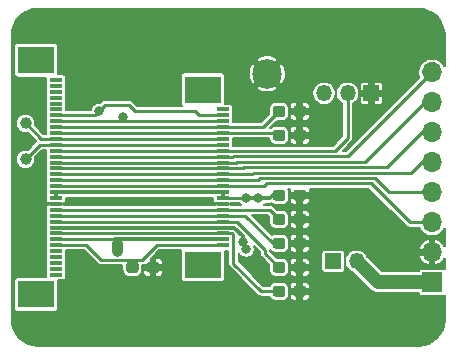
<source format=gbr>
%TF.GenerationSoftware,KiCad,Pcbnew,(5.1.6)-1*%
%TF.CreationDate,2020-05-23T23:32:43+08:00*%
%TF.ProjectId,ePap,65506170-2e6b-4696-9361-645f70636258,rev?*%
%TF.SameCoordinates,Original*%
%TF.FileFunction,Copper,L1,Top*%
%TF.FilePolarity,Positive*%
%FSLAX46Y46*%
G04 Gerber Fmt 4.6, Leading zero omitted, Abs format (unit mm)*
G04 Created by KiCad (PCBNEW (5.1.6)-1) date 2020-05-23 23:32:43*
%MOMM*%
%LPD*%
G01*
G04 APERTURE LIST*
%TA.AperFunction,ComponentPad*%
%ADD10R,1.700000X1.700000*%
%TD*%
%TA.AperFunction,ComponentPad*%
%ADD11O,1.700000X1.700000*%
%TD*%
%TA.AperFunction,ComponentPad*%
%ADD12R,1.350000X1.350000*%
%TD*%
%TA.AperFunction,ComponentPad*%
%ADD13O,1.350000X1.350000*%
%TD*%
%TA.AperFunction,SMDPad,CuDef*%
%ADD14R,1.100000X0.300000*%
%TD*%
%TA.AperFunction,SMDPad,CuDef*%
%ADD15R,3.100000X2.300000*%
%TD*%
%TA.AperFunction,SMDPad,CuDef*%
%ADD16C,1.000000*%
%TD*%
%TA.AperFunction,ComponentPad*%
%ADD17C,2.500000*%
%TD*%
%TA.AperFunction,ViaPad*%
%ADD18C,0.800000*%
%TD*%
%TA.AperFunction,ViaPad*%
%ADD19C,3.000000*%
%TD*%
%TA.AperFunction,Conductor*%
%ADD20C,0.250000*%
%TD*%
%TA.AperFunction,Conductor*%
%ADD21C,0.300000*%
%TD*%
%TA.AperFunction,Conductor*%
%ADD22C,0.900000*%
%TD*%
%TA.AperFunction,Conductor*%
%ADD23C,1.200000*%
%TD*%
%TA.AperFunction,Conductor*%
%ADD24C,0.127000*%
%TD*%
%ADD25C,0.350000*%
G04 APERTURE END LIST*
D10*
%TO.P,J4,1*%
%TO.N,/VIN*%
X136398000Y-106426000D03*
D11*
%TO.P,J4,2*%
%TO.N,GND*%
X136398000Y-103886000D03*
%TO.P,J4,3*%
%TO.N,/MOSI*%
X136398000Y-101346000D03*
%TO.P,J4,4*%
%TO.N,/SCK*%
X136398000Y-98806000D03*
%TO.P,J4,5*%
%TO.N,/CS*%
X136398000Y-96266000D03*
%TO.P,J4,6*%
%TO.N,/D\u005CC*%
X136398000Y-93726000D03*
%TO.P,J4,7*%
%TO.N,/RST*%
X136398000Y-91186000D03*
%TO.P,J4,8*%
%TO.N,/BUSY*%
X136398000Y-88646000D03*
%TD*%
%TO.P,C1,2*%
%TO.N,GND*%
%TA.AperFunction,SMDPad,CuDef*%
G36*
G01*
X124669000Y-107425500D02*
X124669000Y-106950500D01*
G75*
G02*
X124906500Y-106713000I237500J0D01*
G01*
X125481500Y-106713000D01*
G75*
G02*
X125719000Y-106950500I0J-237500D01*
G01*
X125719000Y-107425500D01*
G75*
G02*
X125481500Y-107663000I-237500J0D01*
G01*
X124906500Y-107663000D01*
G75*
G02*
X124669000Y-107425500I0J237500D01*
G01*
G37*
%TD.AperFunction*%
%TO.P,C1,1*%
%TO.N,Net-(C1-Pad1)*%
%TA.AperFunction,SMDPad,CuDef*%
G36*
G01*
X122919000Y-107425500D02*
X122919000Y-106950500D01*
G75*
G02*
X123156500Y-106713000I237500J0D01*
G01*
X123731500Y-106713000D01*
G75*
G02*
X123969000Y-106950500I0J-237500D01*
G01*
X123969000Y-107425500D01*
G75*
G02*
X123731500Y-107663000I-237500J0D01*
G01*
X123156500Y-107663000D01*
G75*
G02*
X122919000Y-107425500I0J237500D01*
G01*
G37*
%TD.AperFunction*%
%TD*%
%TO.P,C2,2*%
%TO.N,GND*%
%TA.AperFunction,SMDPad,CuDef*%
G36*
G01*
X124669000Y-99297500D02*
X124669000Y-98822500D01*
G75*
G02*
X124906500Y-98585000I237500J0D01*
G01*
X125481500Y-98585000D01*
G75*
G02*
X125719000Y-98822500I0J-237500D01*
G01*
X125719000Y-99297500D01*
G75*
G02*
X125481500Y-99535000I-237500J0D01*
G01*
X124906500Y-99535000D01*
G75*
G02*
X124669000Y-99297500I0J237500D01*
G01*
G37*
%TD.AperFunction*%
%TO.P,C2,1*%
%TO.N,+3V3*%
%TA.AperFunction,SMDPad,CuDef*%
G36*
G01*
X122919000Y-99297500D02*
X122919000Y-98822500D01*
G75*
G02*
X123156500Y-98585000I237500J0D01*
G01*
X123731500Y-98585000D01*
G75*
G02*
X123969000Y-98822500I0J-237500D01*
G01*
X123969000Y-99297500D01*
G75*
G02*
X123731500Y-99535000I-237500J0D01*
G01*
X123156500Y-99535000D01*
G75*
G02*
X122919000Y-99297500I0J237500D01*
G01*
G37*
%TD.AperFunction*%
%TD*%
%TO.P,C3,2*%
%TO.N,GND*%
%TA.AperFunction,SMDPad,CuDef*%
G36*
G01*
X124669000Y-92185500D02*
X124669000Y-91710500D01*
G75*
G02*
X124906500Y-91473000I237500J0D01*
G01*
X125481500Y-91473000D01*
G75*
G02*
X125719000Y-91710500I0J-237500D01*
G01*
X125719000Y-92185500D01*
G75*
G02*
X125481500Y-92423000I-237500J0D01*
G01*
X124906500Y-92423000D01*
G75*
G02*
X124669000Y-92185500I0J237500D01*
G01*
G37*
%TD.AperFunction*%
%TO.P,C3,1*%
%TO.N,Net-(C3-Pad1)*%
%TA.AperFunction,SMDPad,CuDef*%
G36*
G01*
X122919000Y-92185500D02*
X122919000Y-91710500D01*
G75*
G02*
X123156500Y-91473000I237500J0D01*
G01*
X123731500Y-91473000D01*
G75*
G02*
X123969000Y-91710500I0J-237500D01*
G01*
X123969000Y-92185500D01*
G75*
G02*
X123731500Y-92423000I-237500J0D01*
G01*
X123156500Y-92423000D01*
G75*
G02*
X122919000Y-92185500I0J237500D01*
G01*
G37*
%TD.AperFunction*%
%TD*%
%TO.P,C4,1*%
%TO.N,Net-(C4-Pad1)*%
%TA.AperFunction,SMDPad,CuDef*%
G36*
G01*
X110501000Y-105393500D02*
X110501000Y-104918500D01*
G75*
G02*
X110738500Y-104681000I237500J0D01*
G01*
X111313500Y-104681000D01*
G75*
G02*
X111551000Y-104918500I0J-237500D01*
G01*
X111551000Y-105393500D01*
G75*
G02*
X111313500Y-105631000I-237500J0D01*
G01*
X110738500Y-105631000D01*
G75*
G02*
X110501000Y-105393500I0J237500D01*
G01*
G37*
%TD.AperFunction*%
%TO.P,C4,2*%
%TO.N,GND*%
%TA.AperFunction,SMDPad,CuDef*%
G36*
G01*
X112251000Y-105393500D02*
X112251000Y-104918500D01*
G75*
G02*
X112488500Y-104681000I237500J0D01*
G01*
X113063500Y-104681000D01*
G75*
G02*
X113301000Y-104918500I0J-237500D01*
G01*
X113301000Y-105393500D01*
G75*
G02*
X113063500Y-105631000I-237500J0D01*
G01*
X112488500Y-105631000D01*
G75*
G02*
X112251000Y-105393500I0J237500D01*
G01*
G37*
%TD.AperFunction*%
%TD*%
%TO.P,C5,2*%
%TO.N,GND*%
%TA.AperFunction,SMDPad,CuDef*%
G36*
G01*
X124669000Y-105393500D02*
X124669000Y-104918500D01*
G75*
G02*
X124906500Y-104681000I237500J0D01*
G01*
X125481500Y-104681000D01*
G75*
G02*
X125719000Y-104918500I0J-237500D01*
G01*
X125719000Y-105393500D01*
G75*
G02*
X125481500Y-105631000I-237500J0D01*
G01*
X124906500Y-105631000D01*
G75*
G02*
X124669000Y-105393500I0J237500D01*
G01*
G37*
%TD.AperFunction*%
%TO.P,C5,1*%
%TO.N,Net-(C5-Pad1)*%
%TA.AperFunction,SMDPad,CuDef*%
G36*
G01*
X122919000Y-105393500D02*
X122919000Y-104918500D01*
G75*
G02*
X123156500Y-104681000I237500J0D01*
G01*
X123731500Y-104681000D01*
G75*
G02*
X123969000Y-104918500I0J-237500D01*
G01*
X123969000Y-105393500D01*
G75*
G02*
X123731500Y-105631000I-237500J0D01*
G01*
X123156500Y-105631000D01*
G75*
G02*
X122919000Y-105393500I0J237500D01*
G01*
G37*
%TD.AperFunction*%
%TD*%
%TO.P,C6,1*%
%TO.N,Net-(C6-Pad1)*%
%TA.AperFunction,SMDPad,CuDef*%
G36*
G01*
X122919000Y-94217500D02*
X122919000Y-93742500D01*
G75*
G02*
X123156500Y-93505000I237500J0D01*
G01*
X123731500Y-93505000D01*
G75*
G02*
X123969000Y-93742500I0J-237500D01*
G01*
X123969000Y-94217500D01*
G75*
G02*
X123731500Y-94455000I-237500J0D01*
G01*
X123156500Y-94455000D01*
G75*
G02*
X122919000Y-94217500I0J237500D01*
G01*
G37*
%TD.AperFunction*%
%TO.P,C6,2*%
%TO.N,GND*%
%TA.AperFunction,SMDPad,CuDef*%
G36*
G01*
X124669000Y-94217500D02*
X124669000Y-93742500D01*
G75*
G02*
X124906500Y-93505000I237500J0D01*
G01*
X125481500Y-93505000D01*
G75*
G02*
X125719000Y-93742500I0J-237500D01*
G01*
X125719000Y-94217500D01*
G75*
G02*
X125481500Y-94455000I-237500J0D01*
G01*
X124906500Y-94455000D01*
G75*
G02*
X124669000Y-94217500I0J237500D01*
G01*
G37*
%TD.AperFunction*%
%TD*%
%TO.P,C7,1*%
%TO.N,Net-(C7-Pad1)*%
%TA.AperFunction,SMDPad,CuDef*%
G36*
G01*
X122919000Y-103361500D02*
X122919000Y-102886500D01*
G75*
G02*
X123156500Y-102649000I237500J0D01*
G01*
X123731500Y-102649000D01*
G75*
G02*
X123969000Y-102886500I0J-237500D01*
G01*
X123969000Y-103361500D01*
G75*
G02*
X123731500Y-103599000I-237500J0D01*
G01*
X123156500Y-103599000D01*
G75*
G02*
X122919000Y-103361500I0J237500D01*
G01*
G37*
%TD.AperFunction*%
%TO.P,C7,2*%
%TO.N,GND*%
%TA.AperFunction,SMDPad,CuDef*%
G36*
G01*
X124669000Y-103361500D02*
X124669000Y-102886500D01*
G75*
G02*
X124906500Y-102649000I237500J0D01*
G01*
X125481500Y-102649000D01*
G75*
G02*
X125719000Y-102886500I0J-237500D01*
G01*
X125719000Y-103361500D01*
G75*
G02*
X125481500Y-103599000I-237500J0D01*
G01*
X124906500Y-103599000D01*
G75*
G02*
X124669000Y-103361500I0J237500D01*
G01*
G37*
%TD.AperFunction*%
%TD*%
%TO.P,C8,1*%
%TO.N,Net-(C8-Pad1)*%
%TA.AperFunction,SMDPad,CuDef*%
G36*
G01*
X122919000Y-101329500D02*
X122919000Y-100854500D01*
G75*
G02*
X123156500Y-100617000I237500J0D01*
G01*
X123731500Y-100617000D01*
G75*
G02*
X123969000Y-100854500I0J-237500D01*
G01*
X123969000Y-101329500D01*
G75*
G02*
X123731500Y-101567000I-237500J0D01*
G01*
X123156500Y-101567000D01*
G75*
G02*
X122919000Y-101329500I0J237500D01*
G01*
G37*
%TD.AperFunction*%
%TO.P,C8,2*%
%TO.N,GND*%
%TA.AperFunction,SMDPad,CuDef*%
G36*
G01*
X124669000Y-101329500D02*
X124669000Y-100854500D01*
G75*
G02*
X124906500Y-100617000I237500J0D01*
G01*
X125481500Y-100617000D01*
G75*
G02*
X125719000Y-100854500I0J-237500D01*
G01*
X125719000Y-101329500D01*
G75*
G02*
X125481500Y-101567000I-237500J0D01*
G01*
X124906500Y-101567000D01*
G75*
G02*
X124669000Y-101329500I0J237500D01*
G01*
G37*
%TD.AperFunction*%
%TD*%
D12*
%TO.P,J2,1*%
%TO.N,GND*%
X131254000Y-90424000D03*
D13*
%TO.P,J2,2*%
%TO.N,/BS1*%
X129254000Y-90424000D03*
%TO.P,J2,3*%
%TO.N,+3V3*%
X127254000Y-90424000D03*
%TD*%
D12*
%TO.P,J3,1*%
%TO.N,+3V3*%
X128016000Y-104648000D03*
D13*
%TO.P,J3,2*%
%TO.N,/VIN*%
X130016000Y-104648000D03*
%TD*%
D14*
%TO.P,J5,1*%
%TO.N,Net-(J5-Pad1)*%
X118698000Y-91786000D03*
%TO.P,J5,2*%
%TO.N,/GDR*%
X118698000Y-92286000D03*
%TO.P,J5,3*%
%TO.N,/RESE*%
X118698000Y-92786000D03*
%TO.P,J5,4*%
%TO.N,Net-(C3-Pad1)*%
X118698000Y-93286000D03*
%TO.P,J5,5*%
%TO.N,Net-(C6-Pad1)*%
X118698000Y-93786000D03*
%TO.P,J5,6*%
%TO.N,Net-(J5-Pad6)*%
X118698000Y-94286000D03*
%TO.P,J5,7*%
%TO.N,Net-(J5-Pad7)*%
X118698000Y-94786000D03*
%TO.P,J5,8*%
%TO.N,/BS1*%
X118698000Y-95286000D03*
%TO.P,J5,9*%
%TO.N,/BUSY*%
X118698000Y-95786000D03*
%TO.P,J5,10*%
%TO.N,/RST*%
X118698000Y-96286000D03*
%TO.P,J5,11*%
%TO.N,/D\u005CC*%
X118698000Y-96786000D03*
%TO.P,J5,12*%
%TO.N,/CS*%
X118698000Y-97286000D03*
%TO.P,J5,13*%
%TO.N,/SCK*%
X118698000Y-97786000D03*
%TO.P,J5,14*%
%TO.N,/MOSI*%
X118698000Y-98286000D03*
%TO.P,J5,15*%
%TO.N,+3V3*%
X118698000Y-98786000D03*
%TO.P,J5,16*%
X118698000Y-99286000D03*
%TO.P,J5,17*%
%TO.N,GND*%
X118698000Y-99786000D03*
%TO.P,J5,18*%
%TO.N,Net-(C8-Pad1)*%
X118698000Y-100286000D03*
%TO.P,J5,19*%
%TO.N,Net-(C7-Pad1)*%
X118698000Y-100786000D03*
%TO.P,J5,20*%
%TO.N,Net-(C5-Pad1)*%
X118698000Y-101286000D03*
%TO.P,J5,21*%
%TO.N,/PREVGH*%
X118698000Y-101786000D03*
%TO.P,J5,22*%
%TO.N,Net-(C1-Pad1)*%
X118698000Y-102286000D03*
%TO.P,J5,23*%
%TO.N,/PREVGL*%
X118698000Y-102786000D03*
%TO.P,J5,24*%
%TO.N,Net-(C4-Pad1)*%
X118698000Y-103286000D03*
D15*
%TO.P,J5,MP*%
%TO.N,N/C*%
X116998000Y-90116000D03*
X116998000Y-104956000D03*
%TD*%
%TO.P,J6,MP*%
%TO.N,N/C*%
X102870000Y-107456000D03*
X102870000Y-87616000D03*
D14*
%TO.P,J6,34*%
%TO.N,Net-(J6-Pad34)*%
X104570000Y-105786000D03*
%TO.P,J6,33*%
%TO.N,Net-(J6-Pad33)*%
X104570000Y-105286000D03*
%TO.P,J6,32*%
%TO.N,Net-(J6-Pad32)*%
X104570000Y-104786000D03*
%TO.P,J6,31*%
%TO.N,Net-(J6-Pad31)*%
X104570000Y-104286000D03*
%TO.P,J6,30*%
%TO.N,Net-(J6-Pad30)*%
X104570000Y-103786000D03*
%TO.P,J6,29*%
%TO.N,Net-(C4-Pad1)*%
X104570000Y-103286000D03*
%TO.P,J6,28*%
%TO.N,/PREVGL*%
X104570000Y-102786000D03*
%TO.P,J6,27*%
%TO.N,Net-(C1-Pad1)*%
X104570000Y-102286000D03*
%TO.P,J6,26*%
%TO.N,/PREVGH*%
X104570000Y-101786000D03*
%TO.P,J6,25*%
%TO.N,Net-(C5-Pad1)*%
X104570000Y-101286000D03*
%TO.P,J6,24*%
%TO.N,Net-(C7-Pad1)*%
X104570000Y-100786000D03*
%TO.P,J6,23*%
%TO.N,Net-(C8-Pad1)*%
X104570000Y-100286000D03*
%TO.P,J6,22*%
%TO.N,GND*%
X104570000Y-99786000D03*
%TO.P,J6,21*%
%TO.N,+3V3*%
X104570000Y-99286000D03*
%TO.P,J6,20*%
X104570000Y-98786000D03*
%TO.P,J6,19*%
%TO.N,/MOSI*%
X104570000Y-98286000D03*
%TO.P,J6,18*%
%TO.N,/SCK*%
X104570000Y-97786000D03*
%TO.P,J6,17*%
%TO.N,/CS*%
X104570000Y-97286000D03*
%TO.P,J6,16*%
%TO.N,/D\u005CC*%
X104570000Y-96786000D03*
%TO.P,J6,15*%
%TO.N,/RST*%
X104570000Y-96286000D03*
%TO.P,J6,14*%
%TO.N,/BUSY*%
X104570000Y-95786000D03*
%TO.P,J6,13*%
%TO.N,/BS1*%
X104570000Y-95286000D03*
%TO.P,J6,12*%
%TO.N,Net-(J5-Pad7)*%
X104570000Y-94786000D03*
%TO.P,J6,11*%
%TO.N,Net-(J5-Pad6)*%
X104570000Y-94286000D03*
%TO.P,J6,10*%
%TO.N,Net-(C6-Pad1)*%
X104570000Y-93786000D03*
%TO.P,J6,9*%
%TO.N,Net-(C3-Pad1)*%
X104570000Y-93286000D03*
%TO.P,J6,8*%
%TO.N,/RESE*%
X104570000Y-92786000D03*
%TO.P,J6,7*%
%TO.N,/GDR*%
X104570000Y-92286000D03*
%TO.P,J6,6*%
%TO.N,Net-(J6-Pad6)*%
X104570000Y-91786000D03*
%TO.P,J6,5*%
%TO.N,Net-(J6-Pad5)*%
X104570000Y-91286000D03*
%TO.P,J6,4*%
%TO.N,Net-(J6-Pad4)*%
X104570000Y-90786000D03*
%TO.P,J6,3*%
%TO.N,Net-(J6-Pad3)*%
X104570000Y-90286000D03*
%TO.P,J6,2*%
%TO.N,Net-(J6-Pad2)*%
X104570000Y-89786000D03*
%TO.P,J6,1*%
%TO.N,Net-(J6-Pad1)*%
X104570000Y-89286000D03*
%TD*%
D16*
%TO.P,TP1,1*%
%TO.N,Net-(J5-Pad6)*%
X101981000Y-92964000D03*
%TD*%
%TO.P,TP2,1*%
%TO.N,Net-(J5-Pad7)*%
X101981000Y-96012000D03*
%TD*%
D17*
%TO.P,TP3,1*%
%TO.N,GND*%
X122428000Y-88773000D03*
%TD*%
D18*
%TO.N,GND*%
X124968000Y-89916000D03*
X115824000Y-86868000D03*
X121920000Y-86868000D03*
X128016000Y-86868000D03*
X112776000Y-83820000D03*
X118872000Y-83820000D03*
X124968000Y-83820000D03*
X131064000Y-83820000D03*
X112776000Y-89916000D03*
X102616000Y-97536000D03*
X102616000Y-100584000D03*
X102616000Y-103632000D03*
X102616000Y-91440000D03*
X128016000Y-99060000D03*
X128016000Y-111252000D03*
X121920000Y-111252000D03*
X115824000Y-111252000D03*
X109728000Y-111252000D03*
X103632000Y-83820000D03*
X103632000Y-111252000D03*
X112776000Y-108204000D03*
X118872000Y-108204000D03*
X131064000Y-108204000D03*
D19*
X106807000Y-85471000D03*
X134366000Y-85471000D03*
X106807000Y-109601000D03*
X134493000Y-109601000D03*
D18*
X109728000Y-86868000D03*
%TO.N,+3V3*%
X120678000Y-99286000D03*
X121694000Y-99286000D03*
%TO.N,/PREVGH*%
X120396000Y-102997000D03*
X120650000Y-103632000D03*
%TO.N,/PREVGL*%
X109728000Y-103759000D03*
X109728000Y-103124000D03*
%TO.N,/GDR*%
X108204000Y-91948000D03*
%TO.N,/RESE*%
X110236000Y-92456000D03*
%TD*%
D20*
%TO.N,GND*%
X125194000Y-91948000D02*
X125194000Y-93980000D01*
%TO.N,Net-(C1-Pad1)*%
X118698000Y-102286000D02*
X104570000Y-102286000D01*
X119483002Y-102286000D02*
X118698000Y-102286000D01*
X119573001Y-102375999D02*
X119483002Y-102286000D01*
X119573001Y-104841001D02*
X119573001Y-102375999D01*
X121920000Y-107188000D02*
X119573001Y-104841001D01*
X123444000Y-107188000D02*
X121920000Y-107188000D01*
D21*
%TO.N,+3V3*%
X122710000Y-99286000D02*
X122936000Y-99060000D01*
X122710000Y-99286000D02*
X121694000Y-99286000D01*
X104570000Y-98786000D02*
X118698000Y-98786000D01*
X118698000Y-99286000D02*
X118698000Y-98786000D01*
X104570000Y-99286000D02*
X104570000Y-98786000D01*
D20*
X118698000Y-99286000D02*
X120678000Y-99286000D01*
D21*
X120678000Y-99286000D02*
X121694000Y-99286000D01*
D20*
%TO.N,Net-(C3-Pad1)*%
X104970000Y-93286000D02*
X118698000Y-93286000D01*
X104570000Y-93286000D02*
X104970000Y-93286000D01*
X122106000Y-93286000D02*
X118698000Y-93286000D01*
X123444000Y-91948000D02*
X122106000Y-93286000D01*
%TO.N,Net-(C4-Pad1)*%
X104570000Y-103286000D02*
X104994000Y-103286000D01*
X119034000Y-103286000D02*
X118698000Y-103286000D01*
X104570000Y-103286000D02*
X107096000Y-103286000D01*
X107096000Y-103286000D02*
X108344010Y-104534010D01*
X113122000Y-103286000D02*
X118698000Y-103286000D01*
X111873990Y-104534010D02*
X113122000Y-103286000D01*
D22*
X110998000Y-105156000D02*
X110998000Y-104902000D01*
D20*
X111252000Y-104674020D02*
X111111990Y-104534010D01*
X111252000Y-105156000D02*
X111252000Y-104674020D01*
X108344010Y-104534010D02*
X111111990Y-104534010D01*
X111111990Y-104534010D02*
X111873990Y-104534010D01*
%TO.N,Net-(C5-Pad1)*%
X119533000Y-101286000D02*
X118698000Y-101286000D01*
X122275000Y-103673000D02*
X119888000Y-101286000D01*
X104570000Y-101286000D02*
X118698000Y-101286000D01*
X122275000Y-103987000D02*
X123444000Y-105156000D01*
X122275000Y-103673000D02*
X122275000Y-103987000D01*
X119888000Y-101286000D02*
X119533000Y-101286000D01*
%TO.N,Net-(C6-Pad1)*%
X104962000Y-93786000D02*
X118698000Y-93786000D01*
X104570000Y-93786000D02*
X104962000Y-93786000D01*
X123250000Y-93786000D02*
X123444000Y-93980000D01*
X118698000Y-93786000D02*
X123250000Y-93786000D01*
%TO.N,Net-(C7-Pad1)*%
X123444000Y-103124000D02*
X122936000Y-103124000D01*
X120598000Y-100786000D02*
X118698000Y-100786000D01*
X122936000Y-103124000D02*
X120598000Y-100786000D01*
X118698000Y-100786000D02*
X104570000Y-100786000D01*
%TO.N,Net-(C8-Pad1)*%
X122638000Y-100286000D02*
X118698000Y-100286000D01*
X123444000Y-101092000D02*
X122638000Y-100286000D01*
X104570000Y-100286000D02*
X118698000Y-100286000D01*
D21*
%TO.N,/PREVGH*%
X104970000Y-101786000D02*
X118698000Y-101786000D01*
D20*
X104570000Y-101786000D02*
X104970000Y-101786000D01*
X118698000Y-101786000D02*
X118698000Y-101774000D01*
X118698000Y-101774000D02*
X118710999Y-101761001D01*
X120904000Y-103632000D02*
X120904000Y-103632000D01*
D21*
X118698000Y-101786000D02*
X119654767Y-101786000D01*
X120396000Y-102527233D02*
X120396000Y-102997000D01*
X119654767Y-101786000D02*
X120396000Y-102527233D01*
D20*
%TO.N,/PREVGL*%
X104570000Y-102786000D02*
X104570000Y-102761001D01*
X104570000Y-102786000D02*
X104986000Y-102786000D01*
X109728000Y-102956000D02*
X109558000Y-102786000D01*
X104986000Y-102786000D02*
X109558000Y-102786000D01*
D21*
X109558000Y-102786000D02*
X118698000Y-102786000D01*
D22*
X109728000Y-103124000D02*
X109728000Y-103759000D01*
D23*
%TO.N,/VIN*%
X131794000Y-106426000D02*
X130016000Y-104648000D01*
X136398000Y-106426000D02*
X131794000Y-106426000D01*
D20*
%TO.N,/MOSI*%
X104890000Y-98286000D02*
X118698000Y-98286000D01*
X104570000Y-98286000D02*
X104890000Y-98286000D01*
X122428000Y-98044000D02*
X122186000Y-98286000D01*
X122186000Y-98286000D02*
X118698000Y-98286000D01*
X131185000Y-98044000D02*
X122428000Y-98044000D01*
X136398000Y-101346000D02*
X134487000Y-101346000D01*
X134487000Y-101346000D02*
X131185000Y-98044000D01*
%TO.N,/SCK*%
X118698000Y-97786000D02*
X104570000Y-97786000D01*
X121670000Y-97786000D02*
X118698000Y-97786000D01*
X121862009Y-97593991D02*
X121670000Y-97786000D01*
X131572000Y-97593991D02*
X121862009Y-97593991D01*
X136398000Y-98806000D02*
X132784009Y-98806000D01*
X132784009Y-98806000D02*
X131572000Y-97593991D01*
%TO.N,/CS*%
X119483002Y-97286000D02*
X118698000Y-97286000D01*
X104570000Y-97286000D02*
X119483002Y-97286000D01*
X121296018Y-97143982D02*
X121154000Y-97286000D01*
X121154000Y-97286000D02*
X119483002Y-97286000D01*
X131941982Y-97143982D02*
X134631018Y-97143982D01*
X131941982Y-97143982D02*
X132080000Y-97143982D01*
X121296018Y-97143982D02*
X131941982Y-97143982D01*
X135509000Y-96266000D02*
X136398000Y-96266000D01*
X134631018Y-97143982D02*
X135509000Y-96266000D01*
%TO.N,/D\u005CC*%
X104914000Y-96786000D02*
X118698000Y-96786000D01*
X104570000Y-96786000D02*
X104914000Y-96786000D01*
X120396000Y-96786000D02*
X120488028Y-96693972D01*
X118698000Y-96786000D02*
X120396000Y-96786000D01*
X120488028Y-96693972D02*
X131271028Y-96693972D01*
X135509000Y-93726000D02*
X136398000Y-93726000D01*
X131271028Y-96693972D02*
X132541028Y-96693972D01*
X132541028Y-96693972D02*
X135509000Y-93726000D01*
%TO.N,/RST*%
X118698000Y-96286000D02*
X104570000Y-96286000D01*
X119866982Y-96243963D02*
X119824945Y-96286000D01*
X118698000Y-96286000D02*
X119824945Y-96286000D01*
X119874935Y-96236010D02*
X119824945Y-96286000D01*
X136398000Y-91186000D02*
X135763000Y-91186000D01*
X135763000Y-91186000D02*
X130712990Y-96236010D01*
X130712990Y-96236010D02*
X129950990Y-96236010D01*
X129950990Y-96236010D02*
X119874935Y-96236010D01*
%TO.N,/BUSY*%
X104930000Y-95786000D02*
X118698000Y-95786000D01*
X104570000Y-95786000D02*
X104930000Y-95786000D01*
X119519500Y-95786000D02*
X119544500Y-95761000D01*
X136398000Y-88646000D02*
X129307990Y-95736010D01*
X119569490Y-95736010D02*
X119519500Y-95786000D01*
X129307990Y-95736010D02*
X119569490Y-95736010D01*
X118773000Y-95786000D02*
X119519500Y-95786000D01*
X118698000Y-95786000D02*
X118773000Y-95786000D01*
%TO.N,/BS1*%
X118698000Y-95286000D02*
X104570000Y-95286000D01*
X119670000Y-95286000D02*
X119598000Y-95286000D01*
X119598000Y-95286000D02*
X118698000Y-95286000D01*
X119598000Y-95286000D02*
X128202000Y-95286000D01*
X129254000Y-94234000D02*
X128202000Y-95286000D01*
X129254000Y-92837000D02*
X129254000Y-94234000D01*
X129254000Y-92837000D02*
X129254000Y-90424000D01*
%TO.N,/GDR*%
X107866000Y-92286000D02*
X108204000Y-91948000D01*
X104570000Y-92286000D02*
X107866000Y-92286000D01*
X108421001Y-91730999D02*
X108204000Y-91948000D01*
X116670000Y-92286000D02*
X118698000Y-92286000D01*
X108204000Y-91948000D02*
X108712000Y-91440000D01*
X111252000Y-91948000D02*
X116332000Y-91948000D01*
X110744000Y-91440000D02*
X111252000Y-91948000D01*
X108712000Y-91440000D02*
X110744000Y-91440000D01*
X116332000Y-91948000D02*
X116670000Y-92286000D01*
%TO.N,/RESE*%
X104570000Y-92786000D02*
X104978000Y-92786000D01*
X110236000Y-92608000D02*
X110058000Y-92786000D01*
X104978000Y-92786000D02*
X110058000Y-92786000D01*
X110236000Y-92456000D02*
X110236000Y-92608000D01*
X110058000Y-92786000D02*
X118698000Y-92786000D01*
%TO.N,Net-(J5-Pad6)*%
X104850000Y-94286000D02*
X118698000Y-94286000D01*
X104570000Y-94286000D02*
X104850000Y-94286000D01*
X103303000Y-94286000D02*
X101981000Y-92964000D01*
X103303000Y-94286000D02*
X104570000Y-94286000D01*
%TO.N,Net-(J5-Pad7)*%
X104946000Y-94786000D02*
X118698000Y-94786000D01*
X104570000Y-94786000D02*
X104946000Y-94786000D01*
X103207000Y-94786000D02*
X101981000Y-96012000D01*
X103969000Y-94786000D02*
X104570000Y-94786000D01*
X103207000Y-94786000D02*
X103969000Y-94786000D01*
%TD*%
D24*
%TO.N,GND*%
G36*
X135681509Y-83316962D02*
G01*
X136091775Y-83440828D01*
X136470169Y-83642023D01*
X136802279Y-83912886D01*
X137075447Y-84243090D01*
X137279279Y-84620069D01*
X137406007Y-85029462D01*
X137452501Y-85471816D01*
X137452501Y-88140966D01*
X137432625Y-88092981D01*
X137304856Y-87901762D01*
X137142238Y-87739144D01*
X136951019Y-87611375D01*
X136738547Y-87523366D01*
X136512989Y-87478500D01*
X136283011Y-87478500D01*
X136057453Y-87523366D01*
X135844981Y-87611375D01*
X135653762Y-87739144D01*
X135491144Y-87901762D01*
X135363375Y-88092981D01*
X135275366Y-88305453D01*
X135230500Y-88531011D01*
X135230500Y-88760989D01*
X135275366Y-88986547D01*
X135321145Y-89097066D01*
X129124701Y-95293510D01*
X128820279Y-95293510D01*
X129551525Y-94562265D01*
X129568409Y-94548409D01*
X129623705Y-94481029D01*
X129664795Y-94404157D01*
X129690097Y-94320745D01*
X129696500Y-94255737D01*
X129698641Y-94234000D01*
X129696500Y-94212263D01*
X129696500Y-91314985D01*
X129724125Y-91303542D01*
X129886682Y-91194925D01*
X129982607Y-91099000D01*
X130259964Y-91099000D01*
X130266094Y-91161241D01*
X130284249Y-91221090D01*
X130313731Y-91276247D01*
X130353407Y-91324593D01*
X130401753Y-91364269D01*
X130456910Y-91393751D01*
X130516759Y-91411906D01*
X130579000Y-91418036D01*
X130984125Y-91416500D01*
X131063500Y-91337125D01*
X131063500Y-90614500D01*
X131444500Y-90614500D01*
X131444500Y-91337125D01*
X131523875Y-91416500D01*
X131929000Y-91418036D01*
X131991241Y-91411906D01*
X132051090Y-91393751D01*
X132106247Y-91364269D01*
X132154593Y-91324593D01*
X132194269Y-91276247D01*
X132223751Y-91221090D01*
X132241906Y-91161241D01*
X132248036Y-91099000D01*
X132246500Y-90693875D01*
X132167125Y-90614500D01*
X131444500Y-90614500D01*
X131063500Y-90614500D01*
X130340875Y-90614500D01*
X130261500Y-90693875D01*
X130259964Y-91099000D01*
X129982607Y-91099000D01*
X130024925Y-91056682D01*
X130133542Y-90894125D01*
X130208359Y-90713501D01*
X130246500Y-90521753D01*
X130246500Y-90326247D01*
X130208359Y-90134499D01*
X130133542Y-89953875D01*
X130024925Y-89791318D01*
X129982607Y-89749000D01*
X130259964Y-89749000D01*
X130261500Y-90154125D01*
X130340875Y-90233500D01*
X131063500Y-90233500D01*
X131063500Y-89510875D01*
X131444500Y-89510875D01*
X131444500Y-90233500D01*
X132167125Y-90233500D01*
X132246500Y-90154125D01*
X132248036Y-89749000D01*
X132241906Y-89686759D01*
X132223751Y-89626910D01*
X132194269Y-89571753D01*
X132154593Y-89523407D01*
X132106247Y-89483731D01*
X132051090Y-89454249D01*
X131991241Y-89436094D01*
X131929000Y-89429964D01*
X131523875Y-89431500D01*
X131444500Y-89510875D01*
X131063500Y-89510875D01*
X130984125Y-89431500D01*
X130579000Y-89429964D01*
X130516759Y-89436094D01*
X130456910Y-89454249D01*
X130401753Y-89483731D01*
X130353407Y-89523407D01*
X130313731Y-89571753D01*
X130284249Y-89626910D01*
X130266094Y-89686759D01*
X130259964Y-89749000D01*
X129982607Y-89749000D01*
X129886682Y-89653075D01*
X129724125Y-89544458D01*
X129543501Y-89469641D01*
X129351753Y-89431500D01*
X129156247Y-89431500D01*
X128964499Y-89469641D01*
X128783875Y-89544458D01*
X128621318Y-89653075D01*
X128483075Y-89791318D01*
X128374458Y-89953875D01*
X128299641Y-90134499D01*
X128261500Y-90326247D01*
X128261500Y-90521753D01*
X128299641Y-90713501D01*
X128374458Y-90894125D01*
X128483075Y-91056682D01*
X128621318Y-91194925D01*
X128783875Y-91303542D01*
X128811501Y-91314985D01*
X128811500Y-92815263D01*
X128811500Y-92815264D01*
X128811501Y-94050709D01*
X128018711Y-94843500D01*
X119567036Y-94843500D01*
X119567036Y-94636000D01*
X119560906Y-94573759D01*
X119549452Y-94536000D01*
X119560906Y-94498241D01*
X119567036Y-94436000D01*
X119567036Y-94228500D01*
X122601047Y-94228500D01*
X122610658Y-94326075D01*
X122642328Y-94430477D01*
X122693757Y-94526695D01*
X122762970Y-94611030D01*
X122847305Y-94680243D01*
X122943523Y-94731672D01*
X123047925Y-94763342D01*
X123156500Y-94774036D01*
X123731500Y-94774036D01*
X123840075Y-94763342D01*
X123944477Y-94731672D01*
X124040695Y-94680243D01*
X124125030Y-94611030D01*
X124194243Y-94526695D01*
X124232564Y-94455000D01*
X124349964Y-94455000D01*
X124356094Y-94517241D01*
X124374249Y-94577090D01*
X124403731Y-94632247D01*
X124443407Y-94680593D01*
X124491753Y-94720269D01*
X124546910Y-94749751D01*
X124606759Y-94767906D01*
X124669000Y-94774036D01*
X124924125Y-94772500D01*
X125003500Y-94693125D01*
X125003500Y-94170500D01*
X125384500Y-94170500D01*
X125384500Y-94693125D01*
X125463875Y-94772500D01*
X125719000Y-94774036D01*
X125781241Y-94767906D01*
X125841090Y-94749751D01*
X125896247Y-94720269D01*
X125944593Y-94680593D01*
X125984269Y-94632247D01*
X126013751Y-94577090D01*
X126031906Y-94517241D01*
X126038036Y-94455000D01*
X126036500Y-94249875D01*
X125957125Y-94170500D01*
X125384500Y-94170500D01*
X125003500Y-94170500D01*
X124430875Y-94170500D01*
X124351500Y-94249875D01*
X124349964Y-94455000D01*
X124232564Y-94455000D01*
X124245672Y-94430477D01*
X124277342Y-94326075D01*
X124288036Y-94217500D01*
X124288036Y-93742500D01*
X124277342Y-93633925D01*
X124245672Y-93529523D01*
X124232565Y-93505000D01*
X124349964Y-93505000D01*
X124351500Y-93710125D01*
X124430875Y-93789500D01*
X125003500Y-93789500D01*
X125003500Y-93266875D01*
X125384500Y-93266875D01*
X125384500Y-93789500D01*
X125957125Y-93789500D01*
X126036500Y-93710125D01*
X126038036Y-93505000D01*
X126031906Y-93442759D01*
X126013751Y-93382910D01*
X125984269Y-93327753D01*
X125944593Y-93279407D01*
X125896247Y-93239731D01*
X125841090Y-93210249D01*
X125781241Y-93192094D01*
X125719000Y-93185964D01*
X125463875Y-93187500D01*
X125384500Y-93266875D01*
X125003500Y-93266875D01*
X124924125Y-93187500D01*
X124669000Y-93185964D01*
X124606759Y-93192094D01*
X124546910Y-93210249D01*
X124491753Y-93239731D01*
X124443407Y-93279407D01*
X124403731Y-93327753D01*
X124374249Y-93382910D01*
X124356094Y-93442759D01*
X124349964Y-93505000D01*
X124232565Y-93505000D01*
X124194243Y-93433305D01*
X124125030Y-93348970D01*
X124040695Y-93279757D01*
X123944477Y-93228328D01*
X123840075Y-93196658D01*
X123731500Y-93185964D01*
X123156500Y-93185964D01*
X123047925Y-93196658D01*
X122943523Y-93228328D01*
X122847305Y-93279757D01*
X122769635Y-93343500D01*
X122674289Y-93343500D01*
X123275754Y-92742036D01*
X123731500Y-92742036D01*
X123840075Y-92731342D01*
X123944477Y-92699672D01*
X124040695Y-92648243D01*
X124125030Y-92579030D01*
X124194243Y-92494695D01*
X124232564Y-92423000D01*
X124349964Y-92423000D01*
X124356094Y-92485241D01*
X124374249Y-92545090D01*
X124403731Y-92600247D01*
X124443407Y-92648593D01*
X124491753Y-92688269D01*
X124546910Y-92717751D01*
X124606759Y-92735906D01*
X124669000Y-92742036D01*
X124924125Y-92740500D01*
X125003500Y-92661125D01*
X125003500Y-92138500D01*
X125384500Y-92138500D01*
X125384500Y-92661125D01*
X125463875Y-92740500D01*
X125719000Y-92742036D01*
X125781241Y-92735906D01*
X125841090Y-92717751D01*
X125896247Y-92688269D01*
X125944593Y-92648593D01*
X125984269Y-92600247D01*
X126013751Y-92545090D01*
X126031906Y-92485241D01*
X126038036Y-92423000D01*
X126036500Y-92217875D01*
X125957125Y-92138500D01*
X125384500Y-92138500D01*
X125003500Y-92138500D01*
X124430875Y-92138500D01*
X124351500Y-92217875D01*
X124349964Y-92423000D01*
X124232564Y-92423000D01*
X124245672Y-92398477D01*
X124277342Y-92294075D01*
X124288036Y-92185500D01*
X124288036Y-91710500D01*
X124277342Y-91601925D01*
X124245672Y-91497523D01*
X124232565Y-91473000D01*
X124349964Y-91473000D01*
X124351500Y-91678125D01*
X124430875Y-91757500D01*
X125003500Y-91757500D01*
X125003500Y-91234875D01*
X125384500Y-91234875D01*
X125384500Y-91757500D01*
X125957125Y-91757500D01*
X126036500Y-91678125D01*
X126038036Y-91473000D01*
X126031906Y-91410759D01*
X126013751Y-91350910D01*
X125984269Y-91295753D01*
X125944593Y-91247407D01*
X125896247Y-91207731D01*
X125841090Y-91178249D01*
X125781241Y-91160094D01*
X125719000Y-91153964D01*
X125463875Y-91155500D01*
X125384500Y-91234875D01*
X125003500Y-91234875D01*
X124924125Y-91155500D01*
X124669000Y-91153964D01*
X124606759Y-91160094D01*
X124546910Y-91178249D01*
X124491753Y-91207731D01*
X124443407Y-91247407D01*
X124403731Y-91295753D01*
X124374249Y-91350910D01*
X124356094Y-91410759D01*
X124349964Y-91473000D01*
X124232565Y-91473000D01*
X124194243Y-91401305D01*
X124125030Y-91316970D01*
X124040695Y-91247757D01*
X123944477Y-91196328D01*
X123840075Y-91164658D01*
X123731500Y-91153964D01*
X123156500Y-91153964D01*
X123047925Y-91164658D01*
X122943523Y-91196328D01*
X122847305Y-91247757D01*
X122762970Y-91316970D01*
X122693757Y-91401305D01*
X122642328Y-91497523D01*
X122610658Y-91601925D01*
X122599964Y-91710500D01*
X122599964Y-92166246D01*
X121922711Y-92843500D01*
X119567036Y-92843500D01*
X119567036Y-92636000D01*
X119560906Y-92573759D01*
X119549452Y-92536000D01*
X119560906Y-92498241D01*
X119567036Y-92436000D01*
X119567036Y-92136000D01*
X119560906Y-92073759D01*
X119549452Y-92036000D01*
X119560906Y-91998241D01*
X119567036Y-91936000D01*
X119567036Y-91636000D01*
X119560906Y-91573759D01*
X119542751Y-91513910D01*
X119513269Y-91458753D01*
X119473593Y-91410407D01*
X119425247Y-91370731D01*
X119370090Y-91341249D01*
X119310241Y-91323094D01*
X119248000Y-91316964D01*
X118862017Y-91316964D01*
X118867036Y-91266000D01*
X118867036Y-89956717D01*
X121513691Y-89956717D01*
X121663103Y-90149888D01*
X121946418Y-90272656D01*
X122248240Y-90337793D01*
X122556970Y-90342795D01*
X122647831Y-90326247D01*
X126261500Y-90326247D01*
X126261500Y-90521753D01*
X126299641Y-90713501D01*
X126374458Y-90894125D01*
X126483075Y-91056682D01*
X126621318Y-91194925D01*
X126783875Y-91303542D01*
X126964499Y-91378359D01*
X127156247Y-91416500D01*
X127351753Y-91416500D01*
X127543501Y-91378359D01*
X127724125Y-91303542D01*
X127886682Y-91194925D01*
X128024925Y-91056682D01*
X128133542Y-90894125D01*
X128208359Y-90713501D01*
X128246500Y-90521753D01*
X128246500Y-90326247D01*
X128208359Y-90134499D01*
X128133542Y-89953875D01*
X128024925Y-89791318D01*
X127886682Y-89653075D01*
X127724125Y-89544458D01*
X127543501Y-89469641D01*
X127351753Y-89431500D01*
X127156247Y-89431500D01*
X126964499Y-89469641D01*
X126783875Y-89544458D01*
X126621318Y-89653075D01*
X126483075Y-89791318D01*
X126374458Y-89953875D01*
X126299641Y-90134499D01*
X126261500Y-90326247D01*
X122647831Y-90326247D01*
X122860743Y-90287471D01*
X123147886Y-90173946D01*
X123192897Y-90149888D01*
X123342309Y-89956717D01*
X122428000Y-89042408D01*
X121513691Y-89956717D01*
X118867036Y-89956717D01*
X118867036Y-88966000D01*
X118860906Y-88903759D01*
X118860364Y-88901970D01*
X120858205Y-88901970D01*
X120913529Y-89205743D01*
X121027054Y-89492886D01*
X121051112Y-89537897D01*
X121244283Y-89687309D01*
X122158592Y-88773000D01*
X122697408Y-88773000D01*
X123611717Y-89687309D01*
X123804888Y-89537897D01*
X123927656Y-89254582D01*
X123992793Y-88952760D01*
X123997795Y-88644030D01*
X123942471Y-88340257D01*
X123828946Y-88053114D01*
X123804888Y-88008103D01*
X123611717Y-87858691D01*
X122697408Y-88773000D01*
X122158592Y-88773000D01*
X121244283Y-87858691D01*
X121051112Y-88008103D01*
X120928344Y-88291418D01*
X120863207Y-88593240D01*
X120858205Y-88901970D01*
X118860364Y-88901970D01*
X118842751Y-88843910D01*
X118813269Y-88788753D01*
X118773593Y-88740407D01*
X118725247Y-88700731D01*
X118670090Y-88671249D01*
X118610241Y-88653094D01*
X118548000Y-88646964D01*
X115448000Y-88646964D01*
X115385759Y-88653094D01*
X115325910Y-88671249D01*
X115270753Y-88700731D01*
X115222407Y-88740407D01*
X115182731Y-88788753D01*
X115153249Y-88843910D01*
X115135094Y-88903759D01*
X115128964Y-88966000D01*
X115128964Y-91266000D01*
X115135094Y-91328241D01*
X115153249Y-91388090D01*
X115182731Y-91443247D01*
X115222407Y-91491593D01*
X115239353Y-91505500D01*
X111435289Y-91505500D01*
X111072270Y-91142481D01*
X111058409Y-91125591D01*
X110991029Y-91070295D01*
X110914157Y-91029205D01*
X110830745Y-91003903D01*
X110765737Y-90997500D01*
X110765734Y-90997500D01*
X110744000Y-90995359D01*
X110722266Y-90997500D01*
X108733733Y-90997500D01*
X108711999Y-90995359D01*
X108690265Y-90997500D01*
X108690263Y-90997500D01*
X108625255Y-91003903D01*
X108541843Y-91029205D01*
X108464971Y-91070295D01*
X108397591Y-91125591D01*
X108383730Y-91142481D01*
X108292220Y-91233991D01*
X108274668Y-91230500D01*
X108133332Y-91230500D01*
X107994713Y-91258073D01*
X107864136Y-91312159D01*
X107746620Y-91390681D01*
X107646681Y-91490620D01*
X107568159Y-91608136D01*
X107514073Y-91738713D01*
X107493230Y-91843500D01*
X105439036Y-91843500D01*
X105439036Y-91636000D01*
X105432906Y-91573759D01*
X105421452Y-91536000D01*
X105432906Y-91498241D01*
X105439036Y-91436000D01*
X105439036Y-91136000D01*
X105432906Y-91073759D01*
X105421452Y-91036000D01*
X105432906Y-90998241D01*
X105439036Y-90936000D01*
X105439036Y-90636000D01*
X105432906Y-90573759D01*
X105421452Y-90536000D01*
X105432906Y-90498241D01*
X105439036Y-90436000D01*
X105439036Y-90136000D01*
X105432906Y-90073759D01*
X105421452Y-90036000D01*
X105432906Y-89998241D01*
X105439036Y-89936000D01*
X105439036Y-89636000D01*
X105432906Y-89573759D01*
X105421452Y-89536000D01*
X105432906Y-89498241D01*
X105439036Y-89436000D01*
X105439036Y-89136000D01*
X105432906Y-89073759D01*
X105414751Y-89013910D01*
X105385269Y-88958753D01*
X105345593Y-88910407D01*
X105297247Y-88870731D01*
X105242090Y-88841249D01*
X105182241Y-88823094D01*
X105120000Y-88816964D01*
X104734017Y-88816964D01*
X104739036Y-88766000D01*
X104739036Y-87589283D01*
X121513691Y-87589283D01*
X122428000Y-88503592D01*
X123342309Y-87589283D01*
X123192897Y-87396112D01*
X122909582Y-87273344D01*
X122607760Y-87208207D01*
X122299030Y-87203205D01*
X121995257Y-87258529D01*
X121708114Y-87372054D01*
X121663103Y-87396112D01*
X121513691Y-87589283D01*
X104739036Y-87589283D01*
X104739036Y-86466000D01*
X104732906Y-86403759D01*
X104714751Y-86343910D01*
X104685269Y-86288753D01*
X104645593Y-86240407D01*
X104597247Y-86200731D01*
X104542090Y-86171249D01*
X104482241Y-86153094D01*
X104420000Y-86146964D01*
X101320000Y-86146964D01*
X101257759Y-86153094D01*
X101197910Y-86171249D01*
X101142753Y-86200731D01*
X101094407Y-86240407D01*
X101054731Y-86288753D01*
X101025249Y-86343910D01*
X101007094Y-86403759D01*
X101000964Y-86466000D01*
X101000964Y-88766000D01*
X101007094Y-88828241D01*
X101025249Y-88888090D01*
X101054731Y-88943247D01*
X101094407Y-88991593D01*
X101142753Y-89031269D01*
X101197910Y-89060751D01*
X101257759Y-89078906D01*
X101320000Y-89085036D01*
X103705983Y-89085036D01*
X103700964Y-89136000D01*
X103700964Y-89436000D01*
X103707094Y-89498241D01*
X103718548Y-89536000D01*
X103707094Y-89573759D01*
X103700964Y-89636000D01*
X103700964Y-89936000D01*
X103707094Y-89998241D01*
X103718548Y-90036000D01*
X103707094Y-90073759D01*
X103700964Y-90136000D01*
X103700964Y-90436000D01*
X103707094Y-90498241D01*
X103718548Y-90536000D01*
X103707094Y-90573759D01*
X103700964Y-90636000D01*
X103700964Y-90936000D01*
X103707094Y-90998241D01*
X103718548Y-91036000D01*
X103707094Y-91073759D01*
X103700964Y-91136000D01*
X103700964Y-91436000D01*
X103707094Y-91498241D01*
X103718548Y-91536000D01*
X103707094Y-91573759D01*
X103700964Y-91636000D01*
X103700964Y-91936000D01*
X103707094Y-91998241D01*
X103718548Y-92036000D01*
X103707094Y-92073759D01*
X103700964Y-92136000D01*
X103700964Y-92436000D01*
X103707094Y-92498241D01*
X103718548Y-92536000D01*
X103707094Y-92573759D01*
X103700964Y-92636000D01*
X103700964Y-92936000D01*
X103707094Y-92998241D01*
X103718548Y-93036000D01*
X103707094Y-93073759D01*
X103700964Y-93136000D01*
X103700964Y-93436000D01*
X103707094Y-93498241D01*
X103718548Y-93536000D01*
X103707094Y-93573759D01*
X103700964Y-93636000D01*
X103700964Y-93843500D01*
X103486289Y-93843500D01*
X102780052Y-93137263D01*
X102798500Y-93044517D01*
X102798500Y-92883483D01*
X102767084Y-92725544D01*
X102705460Y-92576768D01*
X102615994Y-92442874D01*
X102502126Y-92329006D01*
X102368232Y-92239540D01*
X102219456Y-92177916D01*
X102061517Y-92146500D01*
X101900483Y-92146500D01*
X101742544Y-92177916D01*
X101593768Y-92239540D01*
X101459874Y-92329006D01*
X101346006Y-92442874D01*
X101256540Y-92576768D01*
X101194916Y-92725544D01*
X101163500Y-92883483D01*
X101163500Y-93044517D01*
X101194916Y-93202456D01*
X101256540Y-93351232D01*
X101346006Y-93485126D01*
X101459874Y-93598994D01*
X101593768Y-93688460D01*
X101742544Y-93750084D01*
X101900483Y-93781500D01*
X102061517Y-93781500D01*
X102154263Y-93763052D01*
X102879164Y-94487953D01*
X102878735Y-94488475D01*
X102154262Y-95212948D01*
X102061517Y-95194500D01*
X101900483Y-95194500D01*
X101742544Y-95225916D01*
X101593768Y-95287540D01*
X101459874Y-95377006D01*
X101346006Y-95490874D01*
X101256540Y-95624768D01*
X101194916Y-95773544D01*
X101163500Y-95931483D01*
X101163500Y-96092517D01*
X101194916Y-96250456D01*
X101256540Y-96399232D01*
X101346006Y-96533126D01*
X101459874Y-96646994D01*
X101593768Y-96736460D01*
X101742544Y-96798084D01*
X101900483Y-96829500D01*
X102061517Y-96829500D01*
X102219456Y-96798084D01*
X102368232Y-96736460D01*
X102502126Y-96646994D01*
X102615994Y-96533126D01*
X102705460Y-96399232D01*
X102767084Y-96250456D01*
X102798500Y-96092517D01*
X102798500Y-95931483D01*
X102780052Y-95838738D01*
X103390290Y-95228500D01*
X103700964Y-95228500D01*
X103700964Y-95436000D01*
X103707094Y-95498241D01*
X103718548Y-95536000D01*
X103707094Y-95573759D01*
X103700964Y-95636000D01*
X103700964Y-95936000D01*
X103707094Y-95998241D01*
X103718548Y-96036000D01*
X103707094Y-96073759D01*
X103700964Y-96136000D01*
X103700964Y-96436000D01*
X103707094Y-96498241D01*
X103718548Y-96536000D01*
X103707094Y-96573759D01*
X103700964Y-96636000D01*
X103700964Y-96936000D01*
X103707094Y-96998241D01*
X103718548Y-97036000D01*
X103707094Y-97073759D01*
X103700964Y-97136000D01*
X103700964Y-97436000D01*
X103707094Y-97498241D01*
X103718548Y-97536000D01*
X103707094Y-97573759D01*
X103700964Y-97636000D01*
X103700964Y-97936000D01*
X103707094Y-97998241D01*
X103718548Y-98036000D01*
X103707094Y-98073759D01*
X103700964Y-98136000D01*
X103700964Y-98436000D01*
X103707094Y-98498241D01*
X103718548Y-98536000D01*
X103707094Y-98573759D01*
X103700964Y-98636000D01*
X103700964Y-98936000D01*
X103707094Y-98998241D01*
X103718548Y-99036000D01*
X103707094Y-99073759D01*
X103700964Y-99136000D01*
X103700964Y-99436000D01*
X103707094Y-99498241D01*
X103718585Y-99536122D01*
X103707811Y-99570259D01*
X103702500Y-99620125D01*
X103781875Y-99699500D01*
X103840597Y-99699500D01*
X103842753Y-99701269D01*
X103897910Y-99730751D01*
X103957759Y-99748906D01*
X104020000Y-99755036D01*
X104562629Y-99755036D01*
X104570000Y-99755762D01*
X104577371Y-99755036D01*
X105120000Y-99755036D01*
X105182241Y-99748906D01*
X105242090Y-99730751D01*
X105297247Y-99701269D01*
X105299403Y-99699500D01*
X105358125Y-99699500D01*
X105437500Y-99620125D01*
X105432189Y-99570259D01*
X105421415Y-99536122D01*
X105432906Y-99498241D01*
X105439036Y-99436000D01*
X105439036Y-99253500D01*
X117828964Y-99253500D01*
X117828964Y-99436000D01*
X117835094Y-99498241D01*
X117846585Y-99536122D01*
X117835811Y-99570259D01*
X117830500Y-99620125D01*
X117909875Y-99699500D01*
X117968597Y-99699500D01*
X117970753Y-99701269D01*
X118025910Y-99730751D01*
X118085759Y-99748906D01*
X118148000Y-99755036D01*
X118690629Y-99755036D01*
X118698000Y-99755762D01*
X118705371Y-99755036D01*
X119248000Y-99755036D01*
X119310241Y-99748906D01*
X119370090Y-99730751D01*
X119374301Y-99728500D01*
X120110738Y-99728500D01*
X120120681Y-99743380D01*
X120220620Y-99843319D01*
X120220891Y-99843500D01*
X119374301Y-99843500D01*
X119370090Y-99841249D01*
X119310241Y-99823094D01*
X119248000Y-99816964D01*
X118148000Y-99816964D01*
X118085759Y-99823094D01*
X118025910Y-99841249D01*
X118021699Y-99843500D01*
X105246301Y-99843500D01*
X105242090Y-99841249D01*
X105182241Y-99823094D01*
X105120000Y-99816964D01*
X104020000Y-99816964D01*
X103957759Y-99823094D01*
X103897910Y-99841249D01*
X103842753Y-99870731D01*
X103840597Y-99872500D01*
X103781875Y-99872500D01*
X103702500Y-99951875D01*
X103707811Y-100001741D01*
X103718585Y-100035878D01*
X103707094Y-100073759D01*
X103700964Y-100136000D01*
X103700964Y-100436000D01*
X103707094Y-100498241D01*
X103718548Y-100536000D01*
X103707094Y-100573759D01*
X103700964Y-100636000D01*
X103700964Y-100936000D01*
X103707094Y-100998241D01*
X103718548Y-101036000D01*
X103707094Y-101073759D01*
X103700964Y-101136000D01*
X103700964Y-101436000D01*
X103707094Y-101498241D01*
X103718548Y-101536000D01*
X103707094Y-101573759D01*
X103700964Y-101636000D01*
X103700964Y-101936000D01*
X103707094Y-101998241D01*
X103718548Y-102036000D01*
X103707094Y-102073759D01*
X103700964Y-102136000D01*
X103700964Y-102436000D01*
X103707094Y-102498241D01*
X103718548Y-102536000D01*
X103707094Y-102573759D01*
X103700964Y-102636000D01*
X103700964Y-102936000D01*
X103707094Y-102998241D01*
X103718548Y-103036000D01*
X103707094Y-103073759D01*
X103700964Y-103136000D01*
X103700964Y-103436000D01*
X103707094Y-103498241D01*
X103718548Y-103536000D01*
X103707094Y-103573759D01*
X103700964Y-103636000D01*
X103700964Y-103936000D01*
X103707094Y-103998241D01*
X103718548Y-104036000D01*
X103707094Y-104073759D01*
X103700964Y-104136000D01*
X103700964Y-104436000D01*
X103707094Y-104498241D01*
X103718548Y-104536000D01*
X103707094Y-104573759D01*
X103700964Y-104636000D01*
X103700964Y-104936000D01*
X103707094Y-104998241D01*
X103718548Y-105036000D01*
X103707094Y-105073759D01*
X103700964Y-105136000D01*
X103700964Y-105436000D01*
X103707094Y-105498241D01*
X103718548Y-105536000D01*
X103707094Y-105573759D01*
X103700964Y-105636000D01*
X103700964Y-105936000D01*
X103705983Y-105986964D01*
X101320000Y-105986964D01*
X101257759Y-105993094D01*
X101197910Y-106011249D01*
X101142753Y-106040731D01*
X101094407Y-106080407D01*
X101054731Y-106128753D01*
X101025249Y-106183910D01*
X101007094Y-106243759D01*
X101000964Y-106306000D01*
X101000964Y-108606000D01*
X101007094Y-108668241D01*
X101025249Y-108728090D01*
X101054731Y-108783247D01*
X101094407Y-108831593D01*
X101142753Y-108871269D01*
X101197910Y-108900751D01*
X101257759Y-108918906D01*
X101320000Y-108925036D01*
X104420000Y-108925036D01*
X104482241Y-108918906D01*
X104542090Y-108900751D01*
X104597247Y-108871269D01*
X104645593Y-108831593D01*
X104685269Y-108783247D01*
X104714751Y-108728090D01*
X104732906Y-108668241D01*
X104739036Y-108606000D01*
X104739036Y-106306000D01*
X104734017Y-106255036D01*
X105120000Y-106255036D01*
X105182241Y-106248906D01*
X105242090Y-106230751D01*
X105297247Y-106201269D01*
X105345593Y-106161593D01*
X105385269Y-106113247D01*
X105414751Y-106058090D01*
X105432906Y-105998241D01*
X105439036Y-105936000D01*
X105439036Y-105636000D01*
X105432906Y-105573759D01*
X105421452Y-105536000D01*
X105432906Y-105498241D01*
X105439036Y-105436000D01*
X105439036Y-105136000D01*
X105432906Y-105073759D01*
X105421452Y-105036000D01*
X105432906Y-104998241D01*
X105439036Y-104936000D01*
X105439036Y-104636000D01*
X105432906Y-104573759D01*
X105421452Y-104536000D01*
X105432906Y-104498241D01*
X105439036Y-104436000D01*
X105439036Y-104136000D01*
X105432906Y-104073759D01*
X105421452Y-104036000D01*
X105432906Y-103998241D01*
X105439036Y-103936000D01*
X105439036Y-103728500D01*
X106912711Y-103728500D01*
X108015744Y-104831534D01*
X108029601Y-104848419D01*
X108046485Y-104862275D01*
X108096981Y-104903715D01*
X108173853Y-104944805D01*
X108257265Y-104970107D01*
X108344010Y-104978651D01*
X108365747Y-104976510D01*
X110181964Y-104976510D01*
X110181964Y-105393500D01*
X110192658Y-105502075D01*
X110224328Y-105606477D01*
X110275757Y-105702695D01*
X110344970Y-105787030D01*
X110429305Y-105856243D01*
X110525523Y-105907672D01*
X110629925Y-105939342D01*
X110738500Y-105950036D01*
X111313500Y-105950036D01*
X111422075Y-105939342D01*
X111526477Y-105907672D01*
X111622695Y-105856243D01*
X111707030Y-105787030D01*
X111776243Y-105702695D01*
X111814564Y-105631000D01*
X111931964Y-105631000D01*
X111938094Y-105693241D01*
X111956249Y-105753090D01*
X111985731Y-105808247D01*
X112025407Y-105856593D01*
X112073753Y-105896269D01*
X112128910Y-105925751D01*
X112188759Y-105943906D01*
X112251000Y-105950036D01*
X112506125Y-105948500D01*
X112585500Y-105869125D01*
X112585500Y-105346500D01*
X112966500Y-105346500D01*
X112966500Y-105869125D01*
X113045875Y-105948500D01*
X113301000Y-105950036D01*
X113363241Y-105943906D01*
X113423090Y-105925751D01*
X113478247Y-105896269D01*
X113526593Y-105856593D01*
X113566269Y-105808247D01*
X113595751Y-105753090D01*
X113613906Y-105693241D01*
X113620036Y-105631000D01*
X113618500Y-105425875D01*
X113539125Y-105346500D01*
X112966500Y-105346500D01*
X112585500Y-105346500D01*
X112012875Y-105346500D01*
X111933500Y-105425875D01*
X111931964Y-105631000D01*
X111814564Y-105631000D01*
X111827672Y-105606477D01*
X111859342Y-105502075D01*
X111870036Y-105393500D01*
X111870036Y-104978262D01*
X111873990Y-104978651D01*
X111895724Y-104976510D01*
X111895727Y-104976510D01*
X111960735Y-104970107D01*
X112004275Y-104956900D01*
X112012875Y-104965500D01*
X112585500Y-104965500D01*
X112585500Y-104448289D01*
X112590914Y-104442875D01*
X112966500Y-104442875D01*
X112966500Y-104965500D01*
X113539125Y-104965500D01*
X113618500Y-104886125D01*
X113620036Y-104681000D01*
X113613906Y-104618759D01*
X113595751Y-104558910D01*
X113566269Y-104503753D01*
X113526593Y-104455407D01*
X113478247Y-104415731D01*
X113423090Y-104386249D01*
X113363241Y-104368094D01*
X113301000Y-104361964D01*
X113045875Y-104363500D01*
X112966500Y-104442875D01*
X112590914Y-104442875D01*
X113305290Y-103728500D01*
X115139723Y-103728500D01*
X115135094Y-103743759D01*
X115128964Y-103806000D01*
X115128964Y-106106000D01*
X115135094Y-106168241D01*
X115153249Y-106228090D01*
X115182731Y-106283247D01*
X115222407Y-106331593D01*
X115270753Y-106371269D01*
X115325910Y-106400751D01*
X115385759Y-106418906D01*
X115448000Y-106425036D01*
X118548000Y-106425036D01*
X118610241Y-106418906D01*
X118670090Y-106400751D01*
X118725247Y-106371269D01*
X118773593Y-106331593D01*
X118813269Y-106283247D01*
X118842751Y-106228090D01*
X118860906Y-106168241D01*
X118867036Y-106106000D01*
X118867036Y-103806000D01*
X118862017Y-103755036D01*
X119130501Y-103755036D01*
X119130501Y-104819266D01*
X119128360Y-104841001D01*
X119130501Y-104862735D01*
X119130501Y-104862737D01*
X119136904Y-104927745D01*
X119156966Y-104993881D01*
X119162206Y-105011157D01*
X119203296Y-105088030D01*
X119223991Y-105113247D01*
X119258592Y-105155410D01*
X119275482Y-105169271D01*
X121591735Y-107485525D01*
X121605591Y-107502409D01*
X121622475Y-107516265D01*
X121672970Y-107557705D01*
X121749843Y-107598795D01*
X121833255Y-107624097D01*
X121898263Y-107630500D01*
X121898266Y-107630500D01*
X121920000Y-107632641D01*
X121941734Y-107630500D01*
X122639908Y-107630500D01*
X122642328Y-107638477D01*
X122693757Y-107734695D01*
X122762970Y-107819030D01*
X122847305Y-107888243D01*
X122943523Y-107939672D01*
X123047925Y-107971342D01*
X123156500Y-107982036D01*
X123731500Y-107982036D01*
X123840075Y-107971342D01*
X123944477Y-107939672D01*
X124040695Y-107888243D01*
X124125030Y-107819030D01*
X124194243Y-107734695D01*
X124232564Y-107663000D01*
X124349964Y-107663000D01*
X124356094Y-107725241D01*
X124374249Y-107785090D01*
X124403731Y-107840247D01*
X124443407Y-107888593D01*
X124491753Y-107928269D01*
X124546910Y-107957751D01*
X124606759Y-107975906D01*
X124669000Y-107982036D01*
X124924125Y-107980500D01*
X125003500Y-107901125D01*
X125003500Y-107378500D01*
X125384500Y-107378500D01*
X125384500Y-107901125D01*
X125463875Y-107980500D01*
X125719000Y-107982036D01*
X125781241Y-107975906D01*
X125841090Y-107957751D01*
X125896247Y-107928269D01*
X125944593Y-107888593D01*
X125984269Y-107840247D01*
X126013751Y-107785090D01*
X126031906Y-107725241D01*
X126038036Y-107663000D01*
X126036500Y-107457875D01*
X125957125Y-107378500D01*
X125384500Y-107378500D01*
X125003500Y-107378500D01*
X124430875Y-107378500D01*
X124351500Y-107457875D01*
X124349964Y-107663000D01*
X124232564Y-107663000D01*
X124245672Y-107638477D01*
X124277342Y-107534075D01*
X124288036Y-107425500D01*
X124288036Y-106950500D01*
X124277342Y-106841925D01*
X124245672Y-106737523D01*
X124232565Y-106713000D01*
X124349964Y-106713000D01*
X124351500Y-106918125D01*
X124430875Y-106997500D01*
X125003500Y-106997500D01*
X125003500Y-106474875D01*
X125384500Y-106474875D01*
X125384500Y-106997500D01*
X125957125Y-106997500D01*
X126036500Y-106918125D01*
X126038036Y-106713000D01*
X126031906Y-106650759D01*
X126013751Y-106590910D01*
X125984269Y-106535753D01*
X125944593Y-106487407D01*
X125896247Y-106447731D01*
X125841090Y-106418249D01*
X125781241Y-106400094D01*
X125719000Y-106393964D01*
X125463875Y-106395500D01*
X125384500Y-106474875D01*
X125003500Y-106474875D01*
X124924125Y-106395500D01*
X124669000Y-106393964D01*
X124606759Y-106400094D01*
X124546910Y-106418249D01*
X124491753Y-106447731D01*
X124443407Y-106487407D01*
X124403731Y-106535753D01*
X124374249Y-106590910D01*
X124356094Y-106650759D01*
X124349964Y-106713000D01*
X124232565Y-106713000D01*
X124194243Y-106641305D01*
X124125030Y-106556970D01*
X124040695Y-106487757D01*
X123944477Y-106436328D01*
X123840075Y-106404658D01*
X123731500Y-106393964D01*
X123156500Y-106393964D01*
X123047925Y-106404658D01*
X122943523Y-106436328D01*
X122847305Y-106487757D01*
X122762970Y-106556970D01*
X122693757Y-106641305D01*
X122642328Y-106737523D01*
X122639908Y-106745500D01*
X122103290Y-106745500D01*
X120015501Y-104657712D01*
X120015501Y-103973872D01*
X120092681Y-104089380D01*
X120192620Y-104189319D01*
X120310136Y-104267841D01*
X120440713Y-104321927D01*
X120579332Y-104349500D01*
X120720668Y-104349500D01*
X120859287Y-104321927D01*
X120989864Y-104267841D01*
X121107380Y-104189319D01*
X121207319Y-104089380D01*
X121285841Y-103971864D01*
X121339927Y-103841287D01*
X121367500Y-103702668D01*
X121367500Y-103561332D01*
X121339927Y-103422713D01*
X121298211Y-103322001D01*
X121832500Y-103856290D01*
X121832500Y-103965266D01*
X121830359Y-103987000D01*
X121832500Y-104008734D01*
X121832500Y-104008737D01*
X121838903Y-104073745D01*
X121846235Y-104097914D01*
X121864205Y-104157156D01*
X121905295Y-104234029D01*
X121933044Y-104267841D01*
X121960592Y-104301409D01*
X121977476Y-104315265D01*
X122599964Y-104937754D01*
X122599964Y-105393500D01*
X122610658Y-105502075D01*
X122642328Y-105606477D01*
X122693757Y-105702695D01*
X122762970Y-105787030D01*
X122847305Y-105856243D01*
X122943523Y-105907672D01*
X123047925Y-105939342D01*
X123156500Y-105950036D01*
X123731500Y-105950036D01*
X123840075Y-105939342D01*
X123944477Y-105907672D01*
X124040695Y-105856243D01*
X124125030Y-105787030D01*
X124194243Y-105702695D01*
X124232564Y-105631000D01*
X124349964Y-105631000D01*
X124356094Y-105693241D01*
X124374249Y-105753090D01*
X124403731Y-105808247D01*
X124443407Y-105856593D01*
X124491753Y-105896269D01*
X124546910Y-105925751D01*
X124606759Y-105943906D01*
X124669000Y-105950036D01*
X124924125Y-105948500D01*
X125003500Y-105869125D01*
X125003500Y-105346500D01*
X125384500Y-105346500D01*
X125384500Y-105869125D01*
X125463875Y-105948500D01*
X125719000Y-105950036D01*
X125781241Y-105943906D01*
X125841090Y-105925751D01*
X125896247Y-105896269D01*
X125944593Y-105856593D01*
X125984269Y-105808247D01*
X126013751Y-105753090D01*
X126031906Y-105693241D01*
X126038036Y-105631000D01*
X126036500Y-105425875D01*
X125957125Y-105346500D01*
X125384500Y-105346500D01*
X125003500Y-105346500D01*
X124430875Y-105346500D01*
X124351500Y-105425875D01*
X124349964Y-105631000D01*
X124232564Y-105631000D01*
X124245672Y-105606477D01*
X124277342Y-105502075D01*
X124288036Y-105393500D01*
X124288036Y-104918500D01*
X124277342Y-104809925D01*
X124245672Y-104705523D01*
X124232565Y-104681000D01*
X124349964Y-104681000D01*
X124351500Y-104886125D01*
X124430875Y-104965500D01*
X125003500Y-104965500D01*
X125003500Y-104442875D01*
X125384500Y-104442875D01*
X125384500Y-104965500D01*
X125957125Y-104965500D01*
X126036500Y-104886125D01*
X126038036Y-104681000D01*
X126031906Y-104618759D01*
X126013751Y-104558910D01*
X125984269Y-104503753D01*
X125944593Y-104455407D01*
X125896247Y-104415731D01*
X125841090Y-104386249D01*
X125781241Y-104368094D01*
X125719000Y-104361964D01*
X125463875Y-104363500D01*
X125384500Y-104442875D01*
X125003500Y-104442875D01*
X124924125Y-104363500D01*
X124669000Y-104361964D01*
X124606759Y-104368094D01*
X124546910Y-104386249D01*
X124491753Y-104415731D01*
X124443407Y-104455407D01*
X124403731Y-104503753D01*
X124374249Y-104558910D01*
X124356094Y-104618759D01*
X124349964Y-104681000D01*
X124232565Y-104681000D01*
X124194243Y-104609305D01*
X124125030Y-104524970D01*
X124040695Y-104455757D01*
X123944477Y-104404328D01*
X123840075Y-104372658D01*
X123731500Y-104361964D01*
X123275754Y-104361964D01*
X122886790Y-103973000D01*
X127021964Y-103973000D01*
X127021964Y-105323000D01*
X127028094Y-105385241D01*
X127046249Y-105445090D01*
X127075731Y-105500247D01*
X127115407Y-105548593D01*
X127163753Y-105588269D01*
X127218910Y-105617751D01*
X127278759Y-105635906D01*
X127341000Y-105642036D01*
X128691000Y-105642036D01*
X128753241Y-105635906D01*
X128813090Y-105617751D01*
X128868247Y-105588269D01*
X128916593Y-105548593D01*
X128956269Y-105500247D01*
X128985751Y-105445090D01*
X129003906Y-105385241D01*
X129010036Y-105323000D01*
X129010036Y-103973000D01*
X129003906Y-103910759D01*
X128985751Y-103850910D01*
X128956269Y-103795753D01*
X128916593Y-103747407D01*
X128868247Y-103707731D01*
X128813090Y-103678249D01*
X128753241Y-103660094D01*
X128691000Y-103653964D01*
X127341000Y-103653964D01*
X127278759Y-103660094D01*
X127218910Y-103678249D01*
X127163753Y-103707731D01*
X127115407Y-103747407D01*
X127075731Y-103795753D01*
X127046249Y-103850910D01*
X127028094Y-103910759D01*
X127021964Y-103973000D01*
X122886790Y-103973000D01*
X122717500Y-103803711D01*
X122717500Y-103699625D01*
X122762970Y-103755030D01*
X122847305Y-103824243D01*
X122943523Y-103875672D01*
X123047925Y-103907342D01*
X123156500Y-103918036D01*
X123731500Y-103918036D01*
X123840075Y-103907342D01*
X123944477Y-103875672D01*
X124040695Y-103824243D01*
X124125030Y-103755030D01*
X124194243Y-103670695D01*
X124232564Y-103599000D01*
X124349964Y-103599000D01*
X124356094Y-103661241D01*
X124374249Y-103721090D01*
X124403731Y-103776247D01*
X124443407Y-103824593D01*
X124491753Y-103864269D01*
X124546910Y-103893751D01*
X124606759Y-103911906D01*
X124669000Y-103918036D01*
X124924125Y-103916500D01*
X125003500Y-103837125D01*
X125003500Y-103314500D01*
X125384500Y-103314500D01*
X125384500Y-103837125D01*
X125463875Y-103916500D01*
X125719000Y-103918036D01*
X125781241Y-103911906D01*
X125841090Y-103893751D01*
X125896247Y-103864269D01*
X125944593Y-103824593D01*
X125984269Y-103776247D01*
X126013751Y-103721090D01*
X126031906Y-103661241D01*
X126038036Y-103599000D01*
X126037427Y-103517656D01*
X135290129Y-103517656D01*
X135326680Y-103695500D01*
X136207500Y-103695500D01*
X136207500Y-102813512D01*
X136029654Y-102778119D01*
X135820595Y-102871267D01*
X135633725Y-103003411D01*
X135476226Y-103169472D01*
X135354150Y-103363069D01*
X135290129Y-103517656D01*
X126037427Y-103517656D01*
X126036500Y-103393875D01*
X125957125Y-103314500D01*
X125384500Y-103314500D01*
X125003500Y-103314500D01*
X124430875Y-103314500D01*
X124351500Y-103393875D01*
X124349964Y-103599000D01*
X124232564Y-103599000D01*
X124245672Y-103574477D01*
X124277342Y-103470075D01*
X124288036Y-103361500D01*
X124288036Y-102886500D01*
X124277342Y-102777925D01*
X124245672Y-102673523D01*
X124232565Y-102649000D01*
X124349964Y-102649000D01*
X124351500Y-102854125D01*
X124430875Y-102933500D01*
X125003500Y-102933500D01*
X125003500Y-102410875D01*
X125384500Y-102410875D01*
X125384500Y-102933500D01*
X125957125Y-102933500D01*
X126036500Y-102854125D01*
X126038036Y-102649000D01*
X126031906Y-102586759D01*
X126013751Y-102526910D01*
X125984269Y-102471753D01*
X125944593Y-102423407D01*
X125896247Y-102383731D01*
X125841090Y-102354249D01*
X125781241Y-102336094D01*
X125719000Y-102329964D01*
X125463875Y-102331500D01*
X125384500Y-102410875D01*
X125003500Y-102410875D01*
X124924125Y-102331500D01*
X124669000Y-102329964D01*
X124606759Y-102336094D01*
X124546910Y-102354249D01*
X124491753Y-102383731D01*
X124443407Y-102423407D01*
X124403731Y-102471753D01*
X124374249Y-102526910D01*
X124356094Y-102586759D01*
X124349964Y-102649000D01*
X124232565Y-102649000D01*
X124194243Y-102577305D01*
X124125030Y-102492970D01*
X124040695Y-102423757D01*
X123944477Y-102372328D01*
X123840075Y-102340658D01*
X123731500Y-102329964D01*
X123156500Y-102329964D01*
X123047925Y-102340658D01*
X122943523Y-102372328D01*
X122856586Y-102418797D01*
X121166289Y-100728500D01*
X122454711Y-100728500D01*
X122599964Y-100873753D01*
X122599964Y-101329500D01*
X122610658Y-101438075D01*
X122642328Y-101542477D01*
X122693757Y-101638695D01*
X122762970Y-101723030D01*
X122847305Y-101792243D01*
X122943523Y-101843672D01*
X123047925Y-101875342D01*
X123156500Y-101886036D01*
X123731500Y-101886036D01*
X123840075Y-101875342D01*
X123944477Y-101843672D01*
X124040695Y-101792243D01*
X124125030Y-101723030D01*
X124194243Y-101638695D01*
X124232564Y-101567000D01*
X124349964Y-101567000D01*
X124356094Y-101629241D01*
X124374249Y-101689090D01*
X124403731Y-101744247D01*
X124443407Y-101792593D01*
X124491753Y-101832269D01*
X124546910Y-101861751D01*
X124606759Y-101879906D01*
X124669000Y-101886036D01*
X124924125Y-101884500D01*
X125003500Y-101805125D01*
X125003500Y-101282500D01*
X125384500Y-101282500D01*
X125384500Y-101805125D01*
X125463875Y-101884500D01*
X125719000Y-101886036D01*
X125781241Y-101879906D01*
X125841090Y-101861751D01*
X125896247Y-101832269D01*
X125944593Y-101792593D01*
X125984269Y-101744247D01*
X126013751Y-101689090D01*
X126031906Y-101629241D01*
X126038036Y-101567000D01*
X126036500Y-101361875D01*
X125957125Y-101282500D01*
X125384500Y-101282500D01*
X125003500Y-101282500D01*
X124430875Y-101282500D01*
X124351500Y-101361875D01*
X124349964Y-101567000D01*
X124232564Y-101567000D01*
X124245672Y-101542477D01*
X124277342Y-101438075D01*
X124288036Y-101329500D01*
X124288036Y-100854500D01*
X124277342Y-100745925D01*
X124245672Y-100641523D01*
X124232565Y-100617000D01*
X124349964Y-100617000D01*
X124351500Y-100822125D01*
X124430875Y-100901500D01*
X125003500Y-100901500D01*
X125003500Y-100378875D01*
X125384500Y-100378875D01*
X125384500Y-100901500D01*
X125957125Y-100901500D01*
X126036500Y-100822125D01*
X126038036Y-100617000D01*
X126031906Y-100554759D01*
X126013751Y-100494910D01*
X125984269Y-100439753D01*
X125944593Y-100391407D01*
X125896247Y-100351731D01*
X125841090Y-100322249D01*
X125781241Y-100304094D01*
X125719000Y-100297964D01*
X125463875Y-100299500D01*
X125384500Y-100378875D01*
X125003500Y-100378875D01*
X124924125Y-100299500D01*
X124669000Y-100297964D01*
X124606759Y-100304094D01*
X124546910Y-100322249D01*
X124491753Y-100351731D01*
X124443407Y-100391407D01*
X124403731Y-100439753D01*
X124374249Y-100494910D01*
X124356094Y-100554759D01*
X124349964Y-100617000D01*
X124232565Y-100617000D01*
X124194243Y-100545305D01*
X124125030Y-100460970D01*
X124040695Y-100391757D01*
X123944477Y-100340328D01*
X123840075Y-100308658D01*
X123731500Y-100297964D01*
X123275753Y-100297964D01*
X122966269Y-99988480D01*
X122952409Y-99971591D01*
X122885029Y-99916295D01*
X122808157Y-99875205D01*
X122724745Y-99849903D01*
X122659737Y-99843500D01*
X122659734Y-99843500D01*
X122638000Y-99841359D01*
X122616266Y-99843500D01*
X122151109Y-99843500D01*
X122151380Y-99843319D01*
X122241199Y-99753500D01*
X122687035Y-99753500D01*
X122710000Y-99755762D01*
X122732965Y-99753500D01*
X122732967Y-99753500D01*
X122801646Y-99746736D01*
X122822966Y-99740268D01*
X122847305Y-99760243D01*
X122943523Y-99811672D01*
X123047925Y-99843342D01*
X123156500Y-99854036D01*
X123731500Y-99854036D01*
X123840075Y-99843342D01*
X123944477Y-99811672D01*
X124040695Y-99760243D01*
X124125030Y-99691030D01*
X124194243Y-99606695D01*
X124232564Y-99535000D01*
X124349964Y-99535000D01*
X124356094Y-99597241D01*
X124374249Y-99657090D01*
X124403731Y-99712247D01*
X124443407Y-99760593D01*
X124491753Y-99800269D01*
X124546910Y-99829751D01*
X124606759Y-99847906D01*
X124669000Y-99854036D01*
X124924125Y-99852500D01*
X125003500Y-99773125D01*
X125003500Y-99250500D01*
X125384500Y-99250500D01*
X125384500Y-99773125D01*
X125463875Y-99852500D01*
X125719000Y-99854036D01*
X125781241Y-99847906D01*
X125841090Y-99829751D01*
X125896247Y-99800269D01*
X125944593Y-99760593D01*
X125984269Y-99712247D01*
X126013751Y-99657090D01*
X126031906Y-99597241D01*
X126038036Y-99535000D01*
X126036500Y-99329875D01*
X125957125Y-99250500D01*
X125384500Y-99250500D01*
X125003500Y-99250500D01*
X124430875Y-99250500D01*
X124351500Y-99329875D01*
X124349964Y-99535000D01*
X124232564Y-99535000D01*
X124245672Y-99510477D01*
X124277342Y-99406075D01*
X124288036Y-99297500D01*
X124288036Y-98822500D01*
X124277342Y-98713925D01*
X124245672Y-98609523D01*
X124194243Y-98513305D01*
X124172244Y-98486500D01*
X124367093Y-98486500D01*
X124356094Y-98522759D01*
X124349964Y-98585000D01*
X124351500Y-98790125D01*
X124430875Y-98869500D01*
X125003500Y-98869500D01*
X125003500Y-98849500D01*
X125384500Y-98849500D01*
X125384500Y-98869500D01*
X125957125Y-98869500D01*
X126036500Y-98790125D01*
X126038036Y-98585000D01*
X126031906Y-98522759D01*
X126020907Y-98486500D01*
X131001711Y-98486500D01*
X134158735Y-101643525D01*
X134172591Y-101660409D01*
X134239971Y-101715705D01*
X134316843Y-101756795D01*
X134400255Y-101782097D01*
X134465263Y-101788500D01*
X134465265Y-101788500D01*
X134486999Y-101790641D01*
X134508733Y-101788500D01*
X135317596Y-101788500D01*
X135363375Y-101899019D01*
X135491144Y-102090238D01*
X135653762Y-102252856D01*
X135844981Y-102380625D01*
X136057453Y-102468634D01*
X136283011Y-102513500D01*
X136512989Y-102513500D01*
X136738547Y-102468634D01*
X136951019Y-102380625D01*
X137142238Y-102252856D01*
X137304856Y-102090238D01*
X137432625Y-101899019D01*
X137452500Y-101851036D01*
X137452500Y-103388785D01*
X137441850Y-103363069D01*
X137319774Y-103169472D01*
X137162275Y-103003411D01*
X136975405Y-102871267D01*
X136766346Y-102778119D01*
X136588500Y-102813512D01*
X136588500Y-103695500D01*
X136608500Y-103695500D01*
X136608500Y-104076500D01*
X136588500Y-104076500D01*
X136588500Y-104958488D01*
X136766346Y-104993881D01*
X136975405Y-104900733D01*
X137162275Y-104768589D01*
X137319774Y-104602528D01*
X137441850Y-104408931D01*
X137452500Y-104383215D01*
X137452500Y-105333097D01*
X137425247Y-105310731D01*
X137370090Y-105281249D01*
X137310241Y-105263094D01*
X137248000Y-105256964D01*
X135548000Y-105256964D01*
X135485759Y-105263094D01*
X135425910Y-105281249D01*
X135370753Y-105310731D01*
X135322407Y-105350407D01*
X135282731Y-105398753D01*
X135253249Y-105453910D01*
X135236689Y-105508500D01*
X132174041Y-105508500D01*
X130932401Y-104266861D01*
X130927217Y-104254344D01*
X135290129Y-104254344D01*
X135354150Y-104408931D01*
X135476226Y-104602528D01*
X135633725Y-104768589D01*
X135820595Y-104900733D01*
X136029654Y-104993881D01*
X136207500Y-104958488D01*
X136207500Y-104076500D01*
X135326680Y-104076500D01*
X135290129Y-104254344D01*
X130927217Y-104254344D01*
X130895542Y-104177875D01*
X130786925Y-104015318D01*
X130648682Y-103877075D01*
X130486125Y-103768458D01*
X130305501Y-103693641D01*
X130113753Y-103655500D01*
X129918247Y-103655500D01*
X129726499Y-103693641D01*
X129545875Y-103768458D01*
X129383318Y-103877075D01*
X129245075Y-104015318D01*
X129136458Y-104177875D01*
X129061641Y-104358499D01*
X129023500Y-104550247D01*
X129023500Y-104745753D01*
X129061641Y-104937501D01*
X129136458Y-105118125D01*
X129245075Y-105280682D01*
X129383318Y-105418925D01*
X129545875Y-105527542D01*
X129634861Y-105564401D01*
X131113363Y-107042904D01*
X131142091Y-107077909D01*
X131281798Y-107192564D01*
X131441189Y-107277761D01*
X131614139Y-107330224D01*
X131748931Y-107343500D01*
X131748938Y-107343500D01*
X131794000Y-107347938D01*
X131839062Y-107343500D01*
X135236689Y-107343500D01*
X135253249Y-107398090D01*
X135282731Y-107453247D01*
X135322407Y-107501593D01*
X135370753Y-107541269D01*
X135425910Y-107570751D01*
X135485759Y-107588906D01*
X135548000Y-107595036D01*
X137248000Y-107595036D01*
X137310241Y-107588906D01*
X137370090Y-107570751D01*
X137425247Y-107541269D01*
X137452500Y-107518903D01*
X137452500Y-109584253D01*
X137409038Y-110027508D01*
X137285172Y-110437775D01*
X137083974Y-110816173D01*
X136813117Y-111148276D01*
X136482910Y-111421447D01*
X136105929Y-111625280D01*
X135696539Y-111752007D01*
X135254190Y-111798500D01*
X103013747Y-111798500D01*
X102570492Y-111755038D01*
X102160225Y-111631172D01*
X101781827Y-111429974D01*
X101449724Y-111159117D01*
X101176553Y-110828910D01*
X100972720Y-110451929D01*
X100845993Y-110042539D01*
X100799500Y-109600190D01*
X100799500Y-85487747D01*
X100842962Y-85044491D01*
X100966828Y-84634225D01*
X101168023Y-84255831D01*
X101438886Y-83923721D01*
X101769090Y-83650553D01*
X102146069Y-83446721D01*
X102555462Y-83319993D01*
X102997810Y-83273500D01*
X135238253Y-83273500D01*
X135681509Y-83316962D01*
G37*
X135681509Y-83316962D02*
X136091775Y-83440828D01*
X136470169Y-83642023D01*
X136802279Y-83912886D01*
X137075447Y-84243090D01*
X137279279Y-84620069D01*
X137406007Y-85029462D01*
X137452501Y-85471816D01*
X137452501Y-88140966D01*
X137432625Y-88092981D01*
X137304856Y-87901762D01*
X137142238Y-87739144D01*
X136951019Y-87611375D01*
X136738547Y-87523366D01*
X136512989Y-87478500D01*
X136283011Y-87478500D01*
X136057453Y-87523366D01*
X135844981Y-87611375D01*
X135653762Y-87739144D01*
X135491144Y-87901762D01*
X135363375Y-88092981D01*
X135275366Y-88305453D01*
X135230500Y-88531011D01*
X135230500Y-88760989D01*
X135275366Y-88986547D01*
X135321145Y-89097066D01*
X129124701Y-95293510D01*
X128820279Y-95293510D01*
X129551525Y-94562265D01*
X129568409Y-94548409D01*
X129623705Y-94481029D01*
X129664795Y-94404157D01*
X129690097Y-94320745D01*
X129696500Y-94255737D01*
X129698641Y-94234000D01*
X129696500Y-94212263D01*
X129696500Y-91314985D01*
X129724125Y-91303542D01*
X129886682Y-91194925D01*
X129982607Y-91099000D01*
X130259964Y-91099000D01*
X130266094Y-91161241D01*
X130284249Y-91221090D01*
X130313731Y-91276247D01*
X130353407Y-91324593D01*
X130401753Y-91364269D01*
X130456910Y-91393751D01*
X130516759Y-91411906D01*
X130579000Y-91418036D01*
X130984125Y-91416500D01*
X131063500Y-91337125D01*
X131063500Y-90614500D01*
X131444500Y-90614500D01*
X131444500Y-91337125D01*
X131523875Y-91416500D01*
X131929000Y-91418036D01*
X131991241Y-91411906D01*
X132051090Y-91393751D01*
X132106247Y-91364269D01*
X132154593Y-91324593D01*
X132194269Y-91276247D01*
X132223751Y-91221090D01*
X132241906Y-91161241D01*
X132248036Y-91099000D01*
X132246500Y-90693875D01*
X132167125Y-90614500D01*
X131444500Y-90614500D01*
X131063500Y-90614500D01*
X130340875Y-90614500D01*
X130261500Y-90693875D01*
X130259964Y-91099000D01*
X129982607Y-91099000D01*
X130024925Y-91056682D01*
X130133542Y-90894125D01*
X130208359Y-90713501D01*
X130246500Y-90521753D01*
X130246500Y-90326247D01*
X130208359Y-90134499D01*
X130133542Y-89953875D01*
X130024925Y-89791318D01*
X129982607Y-89749000D01*
X130259964Y-89749000D01*
X130261500Y-90154125D01*
X130340875Y-90233500D01*
X131063500Y-90233500D01*
X131063500Y-89510875D01*
X131444500Y-89510875D01*
X131444500Y-90233500D01*
X132167125Y-90233500D01*
X132246500Y-90154125D01*
X132248036Y-89749000D01*
X132241906Y-89686759D01*
X132223751Y-89626910D01*
X132194269Y-89571753D01*
X132154593Y-89523407D01*
X132106247Y-89483731D01*
X132051090Y-89454249D01*
X131991241Y-89436094D01*
X131929000Y-89429964D01*
X131523875Y-89431500D01*
X131444500Y-89510875D01*
X131063500Y-89510875D01*
X130984125Y-89431500D01*
X130579000Y-89429964D01*
X130516759Y-89436094D01*
X130456910Y-89454249D01*
X130401753Y-89483731D01*
X130353407Y-89523407D01*
X130313731Y-89571753D01*
X130284249Y-89626910D01*
X130266094Y-89686759D01*
X130259964Y-89749000D01*
X129982607Y-89749000D01*
X129886682Y-89653075D01*
X129724125Y-89544458D01*
X129543501Y-89469641D01*
X129351753Y-89431500D01*
X129156247Y-89431500D01*
X128964499Y-89469641D01*
X128783875Y-89544458D01*
X128621318Y-89653075D01*
X128483075Y-89791318D01*
X128374458Y-89953875D01*
X128299641Y-90134499D01*
X128261500Y-90326247D01*
X128261500Y-90521753D01*
X128299641Y-90713501D01*
X128374458Y-90894125D01*
X128483075Y-91056682D01*
X128621318Y-91194925D01*
X128783875Y-91303542D01*
X128811501Y-91314985D01*
X128811500Y-92815263D01*
X128811500Y-92815264D01*
X128811501Y-94050709D01*
X128018711Y-94843500D01*
X119567036Y-94843500D01*
X119567036Y-94636000D01*
X119560906Y-94573759D01*
X119549452Y-94536000D01*
X119560906Y-94498241D01*
X119567036Y-94436000D01*
X119567036Y-94228500D01*
X122601047Y-94228500D01*
X122610658Y-94326075D01*
X122642328Y-94430477D01*
X122693757Y-94526695D01*
X122762970Y-94611030D01*
X122847305Y-94680243D01*
X122943523Y-94731672D01*
X123047925Y-94763342D01*
X123156500Y-94774036D01*
X123731500Y-94774036D01*
X123840075Y-94763342D01*
X123944477Y-94731672D01*
X124040695Y-94680243D01*
X124125030Y-94611030D01*
X124194243Y-94526695D01*
X124232564Y-94455000D01*
X124349964Y-94455000D01*
X124356094Y-94517241D01*
X124374249Y-94577090D01*
X124403731Y-94632247D01*
X124443407Y-94680593D01*
X124491753Y-94720269D01*
X124546910Y-94749751D01*
X124606759Y-94767906D01*
X124669000Y-94774036D01*
X124924125Y-94772500D01*
X125003500Y-94693125D01*
X125003500Y-94170500D01*
X125384500Y-94170500D01*
X125384500Y-94693125D01*
X125463875Y-94772500D01*
X125719000Y-94774036D01*
X125781241Y-94767906D01*
X125841090Y-94749751D01*
X125896247Y-94720269D01*
X125944593Y-94680593D01*
X125984269Y-94632247D01*
X126013751Y-94577090D01*
X126031906Y-94517241D01*
X126038036Y-94455000D01*
X126036500Y-94249875D01*
X125957125Y-94170500D01*
X125384500Y-94170500D01*
X125003500Y-94170500D01*
X124430875Y-94170500D01*
X124351500Y-94249875D01*
X124349964Y-94455000D01*
X124232564Y-94455000D01*
X124245672Y-94430477D01*
X124277342Y-94326075D01*
X124288036Y-94217500D01*
X124288036Y-93742500D01*
X124277342Y-93633925D01*
X124245672Y-93529523D01*
X124232565Y-93505000D01*
X124349964Y-93505000D01*
X124351500Y-93710125D01*
X124430875Y-93789500D01*
X125003500Y-93789500D01*
X125003500Y-93266875D01*
X125384500Y-93266875D01*
X125384500Y-93789500D01*
X125957125Y-93789500D01*
X126036500Y-93710125D01*
X126038036Y-93505000D01*
X126031906Y-93442759D01*
X126013751Y-93382910D01*
X125984269Y-93327753D01*
X125944593Y-93279407D01*
X125896247Y-93239731D01*
X125841090Y-93210249D01*
X125781241Y-93192094D01*
X125719000Y-93185964D01*
X125463875Y-93187500D01*
X125384500Y-93266875D01*
X125003500Y-93266875D01*
X124924125Y-93187500D01*
X124669000Y-93185964D01*
X124606759Y-93192094D01*
X124546910Y-93210249D01*
X124491753Y-93239731D01*
X124443407Y-93279407D01*
X124403731Y-93327753D01*
X124374249Y-93382910D01*
X124356094Y-93442759D01*
X124349964Y-93505000D01*
X124232565Y-93505000D01*
X124194243Y-93433305D01*
X124125030Y-93348970D01*
X124040695Y-93279757D01*
X123944477Y-93228328D01*
X123840075Y-93196658D01*
X123731500Y-93185964D01*
X123156500Y-93185964D01*
X123047925Y-93196658D01*
X122943523Y-93228328D01*
X122847305Y-93279757D01*
X122769635Y-93343500D01*
X122674289Y-93343500D01*
X123275754Y-92742036D01*
X123731500Y-92742036D01*
X123840075Y-92731342D01*
X123944477Y-92699672D01*
X124040695Y-92648243D01*
X124125030Y-92579030D01*
X124194243Y-92494695D01*
X124232564Y-92423000D01*
X124349964Y-92423000D01*
X124356094Y-92485241D01*
X124374249Y-92545090D01*
X124403731Y-92600247D01*
X124443407Y-92648593D01*
X124491753Y-92688269D01*
X124546910Y-92717751D01*
X124606759Y-92735906D01*
X124669000Y-92742036D01*
X124924125Y-92740500D01*
X125003500Y-92661125D01*
X125003500Y-92138500D01*
X125384500Y-92138500D01*
X125384500Y-92661125D01*
X125463875Y-92740500D01*
X125719000Y-92742036D01*
X125781241Y-92735906D01*
X125841090Y-92717751D01*
X125896247Y-92688269D01*
X125944593Y-92648593D01*
X125984269Y-92600247D01*
X126013751Y-92545090D01*
X126031906Y-92485241D01*
X126038036Y-92423000D01*
X126036500Y-92217875D01*
X125957125Y-92138500D01*
X125384500Y-92138500D01*
X125003500Y-92138500D01*
X124430875Y-92138500D01*
X124351500Y-92217875D01*
X124349964Y-92423000D01*
X124232564Y-92423000D01*
X124245672Y-92398477D01*
X124277342Y-92294075D01*
X124288036Y-92185500D01*
X124288036Y-91710500D01*
X124277342Y-91601925D01*
X124245672Y-91497523D01*
X124232565Y-91473000D01*
X124349964Y-91473000D01*
X124351500Y-91678125D01*
X124430875Y-91757500D01*
X125003500Y-91757500D01*
X125003500Y-91234875D01*
X125384500Y-91234875D01*
X125384500Y-91757500D01*
X125957125Y-91757500D01*
X126036500Y-91678125D01*
X126038036Y-91473000D01*
X126031906Y-91410759D01*
X126013751Y-91350910D01*
X125984269Y-91295753D01*
X125944593Y-91247407D01*
X125896247Y-91207731D01*
X125841090Y-91178249D01*
X125781241Y-91160094D01*
X125719000Y-91153964D01*
X125463875Y-91155500D01*
X125384500Y-91234875D01*
X125003500Y-91234875D01*
X124924125Y-91155500D01*
X124669000Y-91153964D01*
X124606759Y-91160094D01*
X124546910Y-91178249D01*
X124491753Y-91207731D01*
X124443407Y-91247407D01*
X124403731Y-91295753D01*
X124374249Y-91350910D01*
X124356094Y-91410759D01*
X124349964Y-91473000D01*
X124232565Y-91473000D01*
X124194243Y-91401305D01*
X124125030Y-91316970D01*
X124040695Y-91247757D01*
X123944477Y-91196328D01*
X123840075Y-91164658D01*
X123731500Y-91153964D01*
X123156500Y-91153964D01*
X123047925Y-91164658D01*
X122943523Y-91196328D01*
X122847305Y-91247757D01*
X122762970Y-91316970D01*
X122693757Y-91401305D01*
X122642328Y-91497523D01*
X122610658Y-91601925D01*
X122599964Y-91710500D01*
X122599964Y-92166246D01*
X121922711Y-92843500D01*
X119567036Y-92843500D01*
X119567036Y-92636000D01*
X119560906Y-92573759D01*
X119549452Y-92536000D01*
X119560906Y-92498241D01*
X119567036Y-92436000D01*
X119567036Y-92136000D01*
X119560906Y-92073759D01*
X119549452Y-92036000D01*
X119560906Y-91998241D01*
X119567036Y-91936000D01*
X119567036Y-91636000D01*
X119560906Y-91573759D01*
X119542751Y-91513910D01*
X119513269Y-91458753D01*
X119473593Y-91410407D01*
X119425247Y-91370731D01*
X119370090Y-91341249D01*
X119310241Y-91323094D01*
X119248000Y-91316964D01*
X118862017Y-91316964D01*
X118867036Y-91266000D01*
X118867036Y-89956717D01*
X121513691Y-89956717D01*
X121663103Y-90149888D01*
X121946418Y-90272656D01*
X122248240Y-90337793D01*
X122556970Y-90342795D01*
X122647831Y-90326247D01*
X126261500Y-90326247D01*
X126261500Y-90521753D01*
X126299641Y-90713501D01*
X126374458Y-90894125D01*
X126483075Y-91056682D01*
X126621318Y-91194925D01*
X126783875Y-91303542D01*
X126964499Y-91378359D01*
X127156247Y-91416500D01*
X127351753Y-91416500D01*
X127543501Y-91378359D01*
X127724125Y-91303542D01*
X127886682Y-91194925D01*
X128024925Y-91056682D01*
X128133542Y-90894125D01*
X128208359Y-90713501D01*
X128246500Y-90521753D01*
X128246500Y-90326247D01*
X128208359Y-90134499D01*
X128133542Y-89953875D01*
X128024925Y-89791318D01*
X127886682Y-89653075D01*
X127724125Y-89544458D01*
X127543501Y-89469641D01*
X127351753Y-89431500D01*
X127156247Y-89431500D01*
X126964499Y-89469641D01*
X126783875Y-89544458D01*
X126621318Y-89653075D01*
X126483075Y-89791318D01*
X126374458Y-89953875D01*
X126299641Y-90134499D01*
X126261500Y-90326247D01*
X122647831Y-90326247D01*
X122860743Y-90287471D01*
X123147886Y-90173946D01*
X123192897Y-90149888D01*
X123342309Y-89956717D01*
X122428000Y-89042408D01*
X121513691Y-89956717D01*
X118867036Y-89956717D01*
X118867036Y-88966000D01*
X118860906Y-88903759D01*
X118860364Y-88901970D01*
X120858205Y-88901970D01*
X120913529Y-89205743D01*
X121027054Y-89492886D01*
X121051112Y-89537897D01*
X121244283Y-89687309D01*
X122158592Y-88773000D01*
X122697408Y-88773000D01*
X123611717Y-89687309D01*
X123804888Y-89537897D01*
X123927656Y-89254582D01*
X123992793Y-88952760D01*
X123997795Y-88644030D01*
X123942471Y-88340257D01*
X123828946Y-88053114D01*
X123804888Y-88008103D01*
X123611717Y-87858691D01*
X122697408Y-88773000D01*
X122158592Y-88773000D01*
X121244283Y-87858691D01*
X121051112Y-88008103D01*
X120928344Y-88291418D01*
X120863207Y-88593240D01*
X120858205Y-88901970D01*
X118860364Y-88901970D01*
X118842751Y-88843910D01*
X118813269Y-88788753D01*
X118773593Y-88740407D01*
X118725247Y-88700731D01*
X118670090Y-88671249D01*
X118610241Y-88653094D01*
X118548000Y-88646964D01*
X115448000Y-88646964D01*
X115385759Y-88653094D01*
X115325910Y-88671249D01*
X115270753Y-88700731D01*
X115222407Y-88740407D01*
X115182731Y-88788753D01*
X115153249Y-88843910D01*
X115135094Y-88903759D01*
X115128964Y-88966000D01*
X115128964Y-91266000D01*
X115135094Y-91328241D01*
X115153249Y-91388090D01*
X115182731Y-91443247D01*
X115222407Y-91491593D01*
X115239353Y-91505500D01*
X111435289Y-91505500D01*
X111072270Y-91142481D01*
X111058409Y-91125591D01*
X110991029Y-91070295D01*
X110914157Y-91029205D01*
X110830745Y-91003903D01*
X110765737Y-90997500D01*
X110765734Y-90997500D01*
X110744000Y-90995359D01*
X110722266Y-90997500D01*
X108733733Y-90997500D01*
X108711999Y-90995359D01*
X108690265Y-90997500D01*
X108690263Y-90997500D01*
X108625255Y-91003903D01*
X108541843Y-91029205D01*
X108464971Y-91070295D01*
X108397591Y-91125591D01*
X108383730Y-91142481D01*
X108292220Y-91233991D01*
X108274668Y-91230500D01*
X108133332Y-91230500D01*
X107994713Y-91258073D01*
X107864136Y-91312159D01*
X107746620Y-91390681D01*
X107646681Y-91490620D01*
X107568159Y-91608136D01*
X107514073Y-91738713D01*
X107493230Y-91843500D01*
X105439036Y-91843500D01*
X105439036Y-91636000D01*
X105432906Y-91573759D01*
X105421452Y-91536000D01*
X105432906Y-91498241D01*
X105439036Y-91436000D01*
X105439036Y-91136000D01*
X105432906Y-91073759D01*
X105421452Y-91036000D01*
X105432906Y-90998241D01*
X105439036Y-90936000D01*
X105439036Y-90636000D01*
X105432906Y-90573759D01*
X105421452Y-90536000D01*
X105432906Y-90498241D01*
X105439036Y-90436000D01*
X105439036Y-90136000D01*
X105432906Y-90073759D01*
X105421452Y-90036000D01*
X105432906Y-89998241D01*
X105439036Y-89936000D01*
X105439036Y-89636000D01*
X105432906Y-89573759D01*
X105421452Y-89536000D01*
X105432906Y-89498241D01*
X105439036Y-89436000D01*
X105439036Y-89136000D01*
X105432906Y-89073759D01*
X105414751Y-89013910D01*
X105385269Y-88958753D01*
X105345593Y-88910407D01*
X105297247Y-88870731D01*
X105242090Y-88841249D01*
X105182241Y-88823094D01*
X105120000Y-88816964D01*
X104734017Y-88816964D01*
X104739036Y-88766000D01*
X104739036Y-87589283D01*
X121513691Y-87589283D01*
X122428000Y-88503592D01*
X123342309Y-87589283D01*
X123192897Y-87396112D01*
X122909582Y-87273344D01*
X122607760Y-87208207D01*
X122299030Y-87203205D01*
X121995257Y-87258529D01*
X121708114Y-87372054D01*
X121663103Y-87396112D01*
X121513691Y-87589283D01*
X104739036Y-87589283D01*
X104739036Y-86466000D01*
X104732906Y-86403759D01*
X104714751Y-86343910D01*
X104685269Y-86288753D01*
X104645593Y-86240407D01*
X104597247Y-86200731D01*
X104542090Y-86171249D01*
X104482241Y-86153094D01*
X104420000Y-86146964D01*
X101320000Y-86146964D01*
X101257759Y-86153094D01*
X101197910Y-86171249D01*
X101142753Y-86200731D01*
X101094407Y-86240407D01*
X101054731Y-86288753D01*
X101025249Y-86343910D01*
X101007094Y-86403759D01*
X101000964Y-86466000D01*
X101000964Y-88766000D01*
X101007094Y-88828241D01*
X101025249Y-88888090D01*
X101054731Y-88943247D01*
X101094407Y-88991593D01*
X101142753Y-89031269D01*
X101197910Y-89060751D01*
X101257759Y-89078906D01*
X101320000Y-89085036D01*
X103705983Y-89085036D01*
X103700964Y-89136000D01*
X103700964Y-89436000D01*
X103707094Y-89498241D01*
X103718548Y-89536000D01*
X103707094Y-89573759D01*
X103700964Y-89636000D01*
X103700964Y-89936000D01*
X103707094Y-89998241D01*
X103718548Y-90036000D01*
X103707094Y-90073759D01*
X103700964Y-90136000D01*
X103700964Y-90436000D01*
X103707094Y-90498241D01*
X103718548Y-90536000D01*
X103707094Y-90573759D01*
X103700964Y-90636000D01*
X103700964Y-90936000D01*
X103707094Y-90998241D01*
X103718548Y-91036000D01*
X103707094Y-91073759D01*
X103700964Y-91136000D01*
X103700964Y-91436000D01*
X103707094Y-91498241D01*
X103718548Y-91536000D01*
X103707094Y-91573759D01*
X103700964Y-91636000D01*
X103700964Y-91936000D01*
X103707094Y-91998241D01*
X103718548Y-92036000D01*
X103707094Y-92073759D01*
X103700964Y-92136000D01*
X103700964Y-92436000D01*
X103707094Y-92498241D01*
X103718548Y-92536000D01*
X103707094Y-92573759D01*
X103700964Y-92636000D01*
X103700964Y-92936000D01*
X103707094Y-92998241D01*
X103718548Y-93036000D01*
X103707094Y-93073759D01*
X103700964Y-93136000D01*
X103700964Y-93436000D01*
X103707094Y-93498241D01*
X103718548Y-93536000D01*
X103707094Y-93573759D01*
X103700964Y-93636000D01*
X103700964Y-93843500D01*
X103486289Y-93843500D01*
X102780052Y-93137263D01*
X102798500Y-93044517D01*
X102798500Y-92883483D01*
X102767084Y-92725544D01*
X102705460Y-92576768D01*
X102615994Y-92442874D01*
X102502126Y-92329006D01*
X102368232Y-92239540D01*
X102219456Y-92177916D01*
X102061517Y-92146500D01*
X101900483Y-92146500D01*
X101742544Y-92177916D01*
X101593768Y-92239540D01*
X101459874Y-92329006D01*
X101346006Y-92442874D01*
X101256540Y-92576768D01*
X101194916Y-92725544D01*
X101163500Y-92883483D01*
X101163500Y-93044517D01*
X101194916Y-93202456D01*
X101256540Y-93351232D01*
X101346006Y-93485126D01*
X101459874Y-93598994D01*
X101593768Y-93688460D01*
X101742544Y-93750084D01*
X101900483Y-93781500D01*
X102061517Y-93781500D01*
X102154263Y-93763052D01*
X102879164Y-94487953D01*
X102878735Y-94488475D01*
X102154262Y-95212948D01*
X102061517Y-95194500D01*
X101900483Y-95194500D01*
X101742544Y-95225916D01*
X101593768Y-95287540D01*
X101459874Y-95377006D01*
X101346006Y-95490874D01*
X101256540Y-95624768D01*
X101194916Y-95773544D01*
X101163500Y-95931483D01*
X101163500Y-96092517D01*
X101194916Y-96250456D01*
X101256540Y-96399232D01*
X101346006Y-96533126D01*
X101459874Y-96646994D01*
X101593768Y-96736460D01*
X101742544Y-96798084D01*
X101900483Y-96829500D01*
X102061517Y-96829500D01*
X102219456Y-96798084D01*
X102368232Y-96736460D01*
X102502126Y-96646994D01*
X102615994Y-96533126D01*
X102705460Y-96399232D01*
X102767084Y-96250456D01*
X102798500Y-96092517D01*
X102798500Y-95931483D01*
X102780052Y-95838738D01*
X103390290Y-95228500D01*
X103700964Y-95228500D01*
X103700964Y-95436000D01*
X103707094Y-95498241D01*
X103718548Y-95536000D01*
X103707094Y-95573759D01*
X103700964Y-95636000D01*
X103700964Y-95936000D01*
X103707094Y-95998241D01*
X103718548Y-96036000D01*
X103707094Y-96073759D01*
X103700964Y-96136000D01*
X103700964Y-96436000D01*
X103707094Y-96498241D01*
X103718548Y-96536000D01*
X103707094Y-96573759D01*
X103700964Y-96636000D01*
X103700964Y-96936000D01*
X103707094Y-96998241D01*
X103718548Y-97036000D01*
X103707094Y-97073759D01*
X103700964Y-97136000D01*
X103700964Y-97436000D01*
X103707094Y-97498241D01*
X103718548Y-97536000D01*
X103707094Y-97573759D01*
X103700964Y-97636000D01*
X103700964Y-97936000D01*
X103707094Y-97998241D01*
X103718548Y-98036000D01*
X103707094Y-98073759D01*
X103700964Y-98136000D01*
X103700964Y-98436000D01*
X103707094Y-98498241D01*
X103718548Y-98536000D01*
X103707094Y-98573759D01*
X103700964Y-98636000D01*
X103700964Y-98936000D01*
X103707094Y-98998241D01*
X103718548Y-99036000D01*
X103707094Y-99073759D01*
X103700964Y-99136000D01*
X103700964Y-99436000D01*
X103707094Y-99498241D01*
X103718585Y-99536122D01*
X103707811Y-99570259D01*
X103702500Y-99620125D01*
X103781875Y-99699500D01*
X103840597Y-99699500D01*
X103842753Y-99701269D01*
X103897910Y-99730751D01*
X103957759Y-99748906D01*
X104020000Y-99755036D01*
X104562629Y-99755036D01*
X104570000Y-99755762D01*
X104577371Y-99755036D01*
X105120000Y-99755036D01*
X105182241Y-99748906D01*
X105242090Y-99730751D01*
X105297247Y-99701269D01*
X105299403Y-99699500D01*
X105358125Y-99699500D01*
X105437500Y-99620125D01*
X105432189Y-99570259D01*
X105421415Y-99536122D01*
X105432906Y-99498241D01*
X105439036Y-99436000D01*
X105439036Y-99253500D01*
X117828964Y-99253500D01*
X117828964Y-99436000D01*
X117835094Y-99498241D01*
X117846585Y-99536122D01*
X117835811Y-99570259D01*
X117830500Y-99620125D01*
X117909875Y-99699500D01*
X117968597Y-99699500D01*
X117970753Y-99701269D01*
X118025910Y-99730751D01*
X118085759Y-99748906D01*
X118148000Y-99755036D01*
X118690629Y-99755036D01*
X118698000Y-99755762D01*
X118705371Y-99755036D01*
X119248000Y-99755036D01*
X119310241Y-99748906D01*
X119370090Y-99730751D01*
X119374301Y-99728500D01*
X120110738Y-99728500D01*
X120120681Y-99743380D01*
X120220620Y-99843319D01*
X120220891Y-99843500D01*
X119374301Y-99843500D01*
X119370090Y-99841249D01*
X119310241Y-99823094D01*
X119248000Y-99816964D01*
X118148000Y-99816964D01*
X118085759Y-99823094D01*
X118025910Y-99841249D01*
X118021699Y-99843500D01*
X105246301Y-99843500D01*
X105242090Y-99841249D01*
X105182241Y-99823094D01*
X105120000Y-99816964D01*
X104020000Y-99816964D01*
X103957759Y-99823094D01*
X103897910Y-99841249D01*
X103842753Y-99870731D01*
X103840597Y-99872500D01*
X103781875Y-99872500D01*
X103702500Y-99951875D01*
X103707811Y-100001741D01*
X103718585Y-100035878D01*
X103707094Y-100073759D01*
X103700964Y-100136000D01*
X103700964Y-100436000D01*
X103707094Y-100498241D01*
X103718548Y-100536000D01*
X103707094Y-100573759D01*
X103700964Y-100636000D01*
X103700964Y-100936000D01*
X103707094Y-100998241D01*
X103718548Y-101036000D01*
X103707094Y-101073759D01*
X103700964Y-101136000D01*
X103700964Y-101436000D01*
X103707094Y-101498241D01*
X103718548Y-101536000D01*
X103707094Y-101573759D01*
X103700964Y-101636000D01*
X103700964Y-101936000D01*
X103707094Y-101998241D01*
X103718548Y-102036000D01*
X103707094Y-102073759D01*
X103700964Y-102136000D01*
X103700964Y-102436000D01*
X103707094Y-102498241D01*
X103718548Y-102536000D01*
X103707094Y-102573759D01*
X103700964Y-102636000D01*
X103700964Y-102936000D01*
X103707094Y-102998241D01*
X103718548Y-103036000D01*
X103707094Y-103073759D01*
X103700964Y-103136000D01*
X103700964Y-103436000D01*
X103707094Y-103498241D01*
X103718548Y-103536000D01*
X103707094Y-103573759D01*
X103700964Y-103636000D01*
X103700964Y-103936000D01*
X103707094Y-103998241D01*
X103718548Y-104036000D01*
X103707094Y-104073759D01*
X103700964Y-104136000D01*
X103700964Y-104436000D01*
X103707094Y-104498241D01*
X103718548Y-104536000D01*
X103707094Y-104573759D01*
X103700964Y-104636000D01*
X103700964Y-104936000D01*
X103707094Y-104998241D01*
X103718548Y-105036000D01*
X103707094Y-105073759D01*
X103700964Y-105136000D01*
X103700964Y-105436000D01*
X103707094Y-105498241D01*
X103718548Y-105536000D01*
X103707094Y-105573759D01*
X103700964Y-105636000D01*
X103700964Y-105936000D01*
X103705983Y-105986964D01*
X101320000Y-105986964D01*
X101257759Y-105993094D01*
X101197910Y-106011249D01*
X101142753Y-106040731D01*
X101094407Y-106080407D01*
X101054731Y-106128753D01*
X101025249Y-106183910D01*
X101007094Y-106243759D01*
X101000964Y-106306000D01*
X101000964Y-108606000D01*
X101007094Y-108668241D01*
X101025249Y-108728090D01*
X101054731Y-108783247D01*
X101094407Y-108831593D01*
X101142753Y-108871269D01*
X101197910Y-108900751D01*
X101257759Y-108918906D01*
X101320000Y-108925036D01*
X104420000Y-108925036D01*
X104482241Y-108918906D01*
X104542090Y-108900751D01*
X104597247Y-108871269D01*
X104645593Y-108831593D01*
X104685269Y-108783247D01*
X104714751Y-108728090D01*
X104732906Y-108668241D01*
X104739036Y-108606000D01*
X104739036Y-106306000D01*
X104734017Y-106255036D01*
X105120000Y-106255036D01*
X105182241Y-106248906D01*
X105242090Y-106230751D01*
X105297247Y-106201269D01*
X105345593Y-106161593D01*
X105385269Y-106113247D01*
X105414751Y-106058090D01*
X105432906Y-105998241D01*
X105439036Y-105936000D01*
X105439036Y-105636000D01*
X105432906Y-105573759D01*
X105421452Y-105536000D01*
X105432906Y-105498241D01*
X105439036Y-105436000D01*
X105439036Y-105136000D01*
X105432906Y-105073759D01*
X105421452Y-105036000D01*
X105432906Y-104998241D01*
X105439036Y-104936000D01*
X105439036Y-104636000D01*
X105432906Y-104573759D01*
X105421452Y-104536000D01*
X105432906Y-104498241D01*
X105439036Y-104436000D01*
X105439036Y-104136000D01*
X105432906Y-104073759D01*
X105421452Y-104036000D01*
X105432906Y-103998241D01*
X105439036Y-103936000D01*
X105439036Y-103728500D01*
X106912711Y-103728500D01*
X108015744Y-104831534D01*
X108029601Y-104848419D01*
X108046485Y-104862275D01*
X108096981Y-104903715D01*
X108173853Y-104944805D01*
X108257265Y-104970107D01*
X108344010Y-104978651D01*
X108365747Y-104976510D01*
X110181964Y-104976510D01*
X110181964Y-105393500D01*
X110192658Y-105502075D01*
X110224328Y-105606477D01*
X110275757Y-105702695D01*
X110344970Y-105787030D01*
X110429305Y-105856243D01*
X110525523Y-105907672D01*
X110629925Y-105939342D01*
X110738500Y-105950036D01*
X111313500Y-105950036D01*
X111422075Y-105939342D01*
X111526477Y-105907672D01*
X111622695Y-105856243D01*
X111707030Y-105787030D01*
X111776243Y-105702695D01*
X111814564Y-105631000D01*
X111931964Y-105631000D01*
X111938094Y-105693241D01*
X111956249Y-105753090D01*
X111985731Y-105808247D01*
X112025407Y-105856593D01*
X112073753Y-105896269D01*
X112128910Y-105925751D01*
X112188759Y-105943906D01*
X112251000Y-105950036D01*
X112506125Y-105948500D01*
X112585500Y-105869125D01*
X112585500Y-105346500D01*
X112966500Y-105346500D01*
X112966500Y-105869125D01*
X113045875Y-105948500D01*
X113301000Y-105950036D01*
X113363241Y-105943906D01*
X113423090Y-105925751D01*
X113478247Y-105896269D01*
X113526593Y-105856593D01*
X113566269Y-105808247D01*
X113595751Y-105753090D01*
X113613906Y-105693241D01*
X113620036Y-105631000D01*
X113618500Y-105425875D01*
X113539125Y-105346500D01*
X112966500Y-105346500D01*
X112585500Y-105346500D01*
X112012875Y-105346500D01*
X111933500Y-105425875D01*
X111931964Y-105631000D01*
X111814564Y-105631000D01*
X111827672Y-105606477D01*
X111859342Y-105502075D01*
X111870036Y-105393500D01*
X111870036Y-104978262D01*
X111873990Y-104978651D01*
X111895724Y-104976510D01*
X111895727Y-104976510D01*
X111960735Y-104970107D01*
X112004275Y-104956900D01*
X112012875Y-104965500D01*
X112585500Y-104965500D01*
X112585500Y-104448289D01*
X112590914Y-104442875D01*
X112966500Y-104442875D01*
X112966500Y-104965500D01*
X113539125Y-104965500D01*
X113618500Y-104886125D01*
X113620036Y-104681000D01*
X113613906Y-104618759D01*
X113595751Y-104558910D01*
X113566269Y-104503753D01*
X113526593Y-104455407D01*
X113478247Y-104415731D01*
X113423090Y-104386249D01*
X113363241Y-104368094D01*
X113301000Y-104361964D01*
X113045875Y-104363500D01*
X112966500Y-104442875D01*
X112590914Y-104442875D01*
X113305290Y-103728500D01*
X115139723Y-103728500D01*
X115135094Y-103743759D01*
X115128964Y-103806000D01*
X115128964Y-106106000D01*
X115135094Y-106168241D01*
X115153249Y-106228090D01*
X115182731Y-106283247D01*
X115222407Y-106331593D01*
X115270753Y-106371269D01*
X115325910Y-106400751D01*
X115385759Y-106418906D01*
X115448000Y-106425036D01*
X118548000Y-106425036D01*
X118610241Y-106418906D01*
X118670090Y-106400751D01*
X118725247Y-106371269D01*
X118773593Y-106331593D01*
X118813269Y-106283247D01*
X118842751Y-106228090D01*
X118860906Y-106168241D01*
X118867036Y-106106000D01*
X118867036Y-103806000D01*
X118862017Y-103755036D01*
X119130501Y-103755036D01*
X119130501Y-104819266D01*
X119128360Y-104841001D01*
X119130501Y-104862735D01*
X119130501Y-104862737D01*
X119136904Y-104927745D01*
X119156966Y-104993881D01*
X119162206Y-105011157D01*
X119203296Y-105088030D01*
X119223991Y-105113247D01*
X119258592Y-105155410D01*
X119275482Y-105169271D01*
X121591735Y-107485525D01*
X121605591Y-107502409D01*
X121622475Y-107516265D01*
X121672970Y-107557705D01*
X121749843Y-107598795D01*
X121833255Y-107624097D01*
X121898263Y-107630500D01*
X121898266Y-107630500D01*
X121920000Y-107632641D01*
X121941734Y-107630500D01*
X122639908Y-107630500D01*
X122642328Y-107638477D01*
X122693757Y-107734695D01*
X122762970Y-107819030D01*
X122847305Y-107888243D01*
X122943523Y-107939672D01*
X123047925Y-107971342D01*
X123156500Y-107982036D01*
X123731500Y-107982036D01*
X123840075Y-107971342D01*
X123944477Y-107939672D01*
X124040695Y-107888243D01*
X124125030Y-107819030D01*
X124194243Y-107734695D01*
X124232564Y-107663000D01*
X124349964Y-107663000D01*
X124356094Y-107725241D01*
X124374249Y-107785090D01*
X124403731Y-107840247D01*
X124443407Y-107888593D01*
X124491753Y-107928269D01*
X124546910Y-107957751D01*
X124606759Y-107975906D01*
X124669000Y-107982036D01*
X124924125Y-107980500D01*
X125003500Y-107901125D01*
X125003500Y-107378500D01*
X125384500Y-107378500D01*
X125384500Y-107901125D01*
X125463875Y-107980500D01*
X125719000Y-107982036D01*
X125781241Y-107975906D01*
X125841090Y-107957751D01*
X125896247Y-107928269D01*
X125944593Y-107888593D01*
X125984269Y-107840247D01*
X126013751Y-107785090D01*
X126031906Y-107725241D01*
X126038036Y-107663000D01*
X126036500Y-107457875D01*
X125957125Y-107378500D01*
X125384500Y-107378500D01*
X125003500Y-107378500D01*
X124430875Y-107378500D01*
X124351500Y-107457875D01*
X124349964Y-107663000D01*
X124232564Y-107663000D01*
X124245672Y-107638477D01*
X124277342Y-107534075D01*
X124288036Y-107425500D01*
X124288036Y-106950500D01*
X124277342Y-106841925D01*
X124245672Y-106737523D01*
X124232565Y-106713000D01*
X124349964Y-106713000D01*
X124351500Y-106918125D01*
X124430875Y-106997500D01*
X125003500Y-106997500D01*
X125003500Y-106474875D01*
X125384500Y-106474875D01*
X125384500Y-106997500D01*
X125957125Y-106997500D01*
X126036500Y-106918125D01*
X126038036Y-106713000D01*
X126031906Y-106650759D01*
X126013751Y-106590910D01*
X125984269Y-106535753D01*
X125944593Y-106487407D01*
X125896247Y-106447731D01*
X125841090Y-106418249D01*
X125781241Y-106400094D01*
X125719000Y-106393964D01*
X125463875Y-106395500D01*
X125384500Y-106474875D01*
X125003500Y-106474875D01*
X124924125Y-106395500D01*
X124669000Y-106393964D01*
X124606759Y-106400094D01*
X124546910Y-106418249D01*
X124491753Y-106447731D01*
X124443407Y-106487407D01*
X124403731Y-106535753D01*
X124374249Y-106590910D01*
X124356094Y-106650759D01*
X124349964Y-106713000D01*
X124232565Y-106713000D01*
X124194243Y-106641305D01*
X124125030Y-106556970D01*
X124040695Y-106487757D01*
X123944477Y-106436328D01*
X123840075Y-106404658D01*
X123731500Y-106393964D01*
X123156500Y-106393964D01*
X123047925Y-106404658D01*
X122943523Y-106436328D01*
X122847305Y-106487757D01*
X122762970Y-106556970D01*
X122693757Y-106641305D01*
X122642328Y-106737523D01*
X122639908Y-106745500D01*
X122103290Y-106745500D01*
X120015501Y-104657712D01*
X120015501Y-103973872D01*
X120092681Y-104089380D01*
X120192620Y-104189319D01*
X120310136Y-104267841D01*
X120440713Y-104321927D01*
X120579332Y-104349500D01*
X120720668Y-104349500D01*
X120859287Y-104321927D01*
X120989864Y-104267841D01*
X121107380Y-104189319D01*
X121207319Y-104089380D01*
X121285841Y-103971864D01*
X121339927Y-103841287D01*
X121367500Y-103702668D01*
X121367500Y-103561332D01*
X121339927Y-103422713D01*
X121298211Y-103322001D01*
X121832500Y-103856290D01*
X121832500Y-103965266D01*
X121830359Y-103987000D01*
X121832500Y-104008734D01*
X121832500Y-104008737D01*
X121838903Y-104073745D01*
X121846235Y-104097914D01*
X121864205Y-104157156D01*
X121905295Y-104234029D01*
X121933044Y-104267841D01*
X121960592Y-104301409D01*
X121977476Y-104315265D01*
X122599964Y-104937754D01*
X122599964Y-105393500D01*
X122610658Y-105502075D01*
X122642328Y-105606477D01*
X122693757Y-105702695D01*
X122762970Y-105787030D01*
X122847305Y-105856243D01*
X122943523Y-105907672D01*
X123047925Y-105939342D01*
X123156500Y-105950036D01*
X123731500Y-105950036D01*
X123840075Y-105939342D01*
X123944477Y-105907672D01*
X124040695Y-105856243D01*
X124125030Y-105787030D01*
X124194243Y-105702695D01*
X124232564Y-105631000D01*
X124349964Y-105631000D01*
X124356094Y-105693241D01*
X124374249Y-105753090D01*
X124403731Y-105808247D01*
X124443407Y-105856593D01*
X124491753Y-105896269D01*
X124546910Y-105925751D01*
X124606759Y-105943906D01*
X124669000Y-105950036D01*
X124924125Y-105948500D01*
X125003500Y-105869125D01*
X125003500Y-105346500D01*
X125384500Y-105346500D01*
X125384500Y-105869125D01*
X125463875Y-105948500D01*
X125719000Y-105950036D01*
X125781241Y-105943906D01*
X125841090Y-105925751D01*
X125896247Y-105896269D01*
X125944593Y-105856593D01*
X125984269Y-105808247D01*
X126013751Y-105753090D01*
X126031906Y-105693241D01*
X126038036Y-105631000D01*
X126036500Y-105425875D01*
X125957125Y-105346500D01*
X125384500Y-105346500D01*
X125003500Y-105346500D01*
X124430875Y-105346500D01*
X124351500Y-105425875D01*
X124349964Y-105631000D01*
X124232564Y-105631000D01*
X124245672Y-105606477D01*
X124277342Y-105502075D01*
X124288036Y-105393500D01*
X124288036Y-104918500D01*
X124277342Y-104809925D01*
X124245672Y-104705523D01*
X124232565Y-104681000D01*
X124349964Y-104681000D01*
X124351500Y-104886125D01*
X124430875Y-104965500D01*
X125003500Y-104965500D01*
X125003500Y-104442875D01*
X125384500Y-104442875D01*
X125384500Y-104965500D01*
X125957125Y-104965500D01*
X126036500Y-104886125D01*
X126038036Y-104681000D01*
X126031906Y-104618759D01*
X126013751Y-104558910D01*
X125984269Y-104503753D01*
X125944593Y-104455407D01*
X125896247Y-104415731D01*
X125841090Y-104386249D01*
X125781241Y-104368094D01*
X125719000Y-104361964D01*
X125463875Y-104363500D01*
X125384500Y-104442875D01*
X125003500Y-104442875D01*
X124924125Y-104363500D01*
X124669000Y-104361964D01*
X124606759Y-104368094D01*
X124546910Y-104386249D01*
X124491753Y-104415731D01*
X124443407Y-104455407D01*
X124403731Y-104503753D01*
X124374249Y-104558910D01*
X124356094Y-104618759D01*
X124349964Y-104681000D01*
X124232565Y-104681000D01*
X124194243Y-104609305D01*
X124125030Y-104524970D01*
X124040695Y-104455757D01*
X123944477Y-104404328D01*
X123840075Y-104372658D01*
X123731500Y-104361964D01*
X123275754Y-104361964D01*
X122886790Y-103973000D01*
X127021964Y-103973000D01*
X127021964Y-105323000D01*
X127028094Y-105385241D01*
X127046249Y-105445090D01*
X127075731Y-105500247D01*
X127115407Y-105548593D01*
X127163753Y-105588269D01*
X127218910Y-105617751D01*
X127278759Y-105635906D01*
X127341000Y-105642036D01*
X128691000Y-105642036D01*
X128753241Y-105635906D01*
X128813090Y-105617751D01*
X128868247Y-105588269D01*
X128916593Y-105548593D01*
X128956269Y-105500247D01*
X128985751Y-105445090D01*
X129003906Y-105385241D01*
X129010036Y-105323000D01*
X129010036Y-103973000D01*
X129003906Y-103910759D01*
X128985751Y-103850910D01*
X128956269Y-103795753D01*
X128916593Y-103747407D01*
X128868247Y-103707731D01*
X128813090Y-103678249D01*
X128753241Y-103660094D01*
X128691000Y-103653964D01*
X127341000Y-103653964D01*
X127278759Y-103660094D01*
X127218910Y-103678249D01*
X127163753Y-103707731D01*
X127115407Y-103747407D01*
X127075731Y-103795753D01*
X127046249Y-103850910D01*
X127028094Y-103910759D01*
X127021964Y-103973000D01*
X122886790Y-103973000D01*
X122717500Y-103803711D01*
X122717500Y-103699625D01*
X122762970Y-103755030D01*
X122847305Y-103824243D01*
X122943523Y-103875672D01*
X123047925Y-103907342D01*
X123156500Y-103918036D01*
X123731500Y-103918036D01*
X123840075Y-103907342D01*
X123944477Y-103875672D01*
X124040695Y-103824243D01*
X124125030Y-103755030D01*
X124194243Y-103670695D01*
X124232564Y-103599000D01*
X124349964Y-103599000D01*
X124356094Y-103661241D01*
X124374249Y-103721090D01*
X124403731Y-103776247D01*
X124443407Y-103824593D01*
X124491753Y-103864269D01*
X124546910Y-103893751D01*
X124606759Y-103911906D01*
X124669000Y-103918036D01*
X124924125Y-103916500D01*
X125003500Y-103837125D01*
X125003500Y-103314500D01*
X125384500Y-103314500D01*
X125384500Y-103837125D01*
X125463875Y-103916500D01*
X125719000Y-103918036D01*
X125781241Y-103911906D01*
X125841090Y-103893751D01*
X125896247Y-103864269D01*
X125944593Y-103824593D01*
X125984269Y-103776247D01*
X126013751Y-103721090D01*
X126031906Y-103661241D01*
X126038036Y-103599000D01*
X126037427Y-103517656D01*
X135290129Y-103517656D01*
X135326680Y-103695500D01*
X136207500Y-103695500D01*
X136207500Y-102813512D01*
X136029654Y-102778119D01*
X135820595Y-102871267D01*
X135633725Y-103003411D01*
X135476226Y-103169472D01*
X135354150Y-103363069D01*
X135290129Y-103517656D01*
X126037427Y-103517656D01*
X126036500Y-103393875D01*
X125957125Y-103314500D01*
X125384500Y-103314500D01*
X125003500Y-103314500D01*
X124430875Y-103314500D01*
X124351500Y-103393875D01*
X124349964Y-103599000D01*
X124232564Y-103599000D01*
X124245672Y-103574477D01*
X124277342Y-103470075D01*
X124288036Y-103361500D01*
X124288036Y-102886500D01*
X124277342Y-102777925D01*
X124245672Y-102673523D01*
X124232565Y-102649000D01*
X124349964Y-102649000D01*
X124351500Y-102854125D01*
X124430875Y-102933500D01*
X125003500Y-102933500D01*
X125003500Y-102410875D01*
X125384500Y-102410875D01*
X125384500Y-102933500D01*
X125957125Y-102933500D01*
X126036500Y-102854125D01*
X126038036Y-102649000D01*
X126031906Y-102586759D01*
X126013751Y-102526910D01*
X125984269Y-102471753D01*
X125944593Y-102423407D01*
X125896247Y-102383731D01*
X125841090Y-102354249D01*
X125781241Y-102336094D01*
X125719000Y-102329964D01*
X125463875Y-102331500D01*
X125384500Y-102410875D01*
X125003500Y-102410875D01*
X124924125Y-102331500D01*
X124669000Y-102329964D01*
X124606759Y-102336094D01*
X124546910Y-102354249D01*
X124491753Y-102383731D01*
X124443407Y-102423407D01*
X124403731Y-102471753D01*
X124374249Y-102526910D01*
X124356094Y-102586759D01*
X124349964Y-102649000D01*
X124232565Y-102649000D01*
X124194243Y-102577305D01*
X124125030Y-102492970D01*
X124040695Y-102423757D01*
X123944477Y-102372328D01*
X123840075Y-102340658D01*
X123731500Y-102329964D01*
X123156500Y-102329964D01*
X123047925Y-102340658D01*
X122943523Y-102372328D01*
X122856586Y-102418797D01*
X121166289Y-100728500D01*
X122454711Y-100728500D01*
X122599964Y-100873753D01*
X122599964Y-101329500D01*
X122610658Y-101438075D01*
X122642328Y-101542477D01*
X122693757Y-101638695D01*
X122762970Y-101723030D01*
X122847305Y-101792243D01*
X122943523Y-101843672D01*
X123047925Y-101875342D01*
X123156500Y-101886036D01*
X123731500Y-101886036D01*
X123840075Y-101875342D01*
X123944477Y-101843672D01*
X124040695Y-101792243D01*
X124125030Y-101723030D01*
X124194243Y-101638695D01*
X124232564Y-101567000D01*
X124349964Y-101567000D01*
X124356094Y-101629241D01*
X124374249Y-101689090D01*
X124403731Y-101744247D01*
X124443407Y-101792593D01*
X124491753Y-101832269D01*
X124546910Y-101861751D01*
X124606759Y-101879906D01*
X124669000Y-101886036D01*
X124924125Y-101884500D01*
X125003500Y-101805125D01*
X125003500Y-101282500D01*
X125384500Y-101282500D01*
X125384500Y-101805125D01*
X125463875Y-101884500D01*
X125719000Y-101886036D01*
X125781241Y-101879906D01*
X125841090Y-101861751D01*
X125896247Y-101832269D01*
X125944593Y-101792593D01*
X125984269Y-101744247D01*
X126013751Y-101689090D01*
X126031906Y-101629241D01*
X126038036Y-101567000D01*
X126036500Y-101361875D01*
X125957125Y-101282500D01*
X125384500Y-101282500D01*
X125003500Y-101282500D01*
X124430875Y-101282500D01*
X124351500Y-101361875D01*
X124349964Y-101567000D01*
X124232564Y-101567000D01*
X124245672Y-101542477D01*
X124277342Y-101438075D01*
X124288036Y-101329500D01*
X124288036Y-100854500D01*
X124277342Y-100745925D01*
X124245672Y-100641523D01*
X124232565Y-100617000D01*
X124349964Y-100617000D01*
X124351500Y-100822125D01*
X124430875Y-100901500D01*
X125003500Y-100901500D01*
X125003500Y-100378875D01*
X125384500Y-100378875D01*
X125384500Y-100901500D01*
X125957125Y-100901500D01*
X126036500Y-100822125D01*
X126038036Y-100617000D01*
X126031906Y-100554759D01*
X126013751Y-100494910D01*
X125984269Y-100439753D01*
X125944593Y-100391407D01*
X125896247Y-100351731D01*
X125841090Y-100322249D01*
X125781241Y-100304094D01*
X125719000Y-100297964D01*
X125463875Y-100299500D01*
X125384500Y-100378875D01*
X125003500Y-100378875D01*
X124924125Y-100299500D01*
X124669000Y-100297964D01*
X124606759Y-100304094D01*
X124546910Y-100322249D01*
X124491753Y-100351731D01*
X124443407Y-100391407D01*
X124403731Y-100439753D01*
X124374249Y-100494910D01*
X124356094Y-100554759D01*
X124349964Y-100617000D01*
X124232565Y-100617000D01*
X124194243Y-100545305D01*
X124125030Y-100460970D01*
X124040695Y-100391757D01*
X123944477Y-100340328D01*
X123840075Y-100308658D01*
X123731500Y-100297964D01*
X123275753Y-100297964D01*
X122966269Y-99988480D01*
X122952409Y-99971591D01*
X122885029Y-99916295D01*
X122808157Y-99875205D01*
X122724745Y-99849903D01*
X122659737Y-99843500D01*
X122659734Y-99843500D01*
X122638000Y-99841359D01*
X122616266Y-99843500D01*
X122151109Y-99843500D01*
X122151380Y-99843319D01*
X122241199Y-99753500D01*
X122687035Y-99753500D01*
X122710000Y-99755762D01*
X122732965Y-99753500D01*
X122732967Y-99753500D01*
X122801646Y-99746736D01*
X122822966Y-99740268D01*
X122847305Y-99760243D01*
X122943523Y-99811672D01*
X123047925Y-99843342D01*
X123156500Y-99854036D01*
X123731500Y-99854036D01*
X123840075Y-99843342D01*
X123944477Y-99811672D01*
X124040695Y-99760243D01*
X124125030Y-99691030D01*
X124194243Y-99606695D01*
X124232564Y-99535000D01*
X124349964Y-99535000D01*
X124356094Y-99597241D01*
X124374249Y-99657090D01*
X124403731Y-99712247D01*
X124443407Y-99760593D01*
X124491753Y-99800269D01*
X124546910Y-99829751D01*
X124606759Y-99847906D01*
X124669000Y-99854036D01*
X124924125Y-99852500D01*
X125003500Y-99773125D01*
X125003500Y-99250500D01*
X125384500Y-99250500D01*
X125384500Y-99773125D01*
X125463875Y-99852500D01*
X125719000Y-99854036D01*
X125781241Y-99847906D01*
X125841090Y-99829751D01*
X125896247Y-99800269D01*
X125944593Y-99760593D01*
X125984269Y-99712247D01*
X126013751Y-99657090D01*
X126031906Y-99597241D01*
X126038036Y-99535000D01*
X126036500Y-99329875D01*
X125957125Y-99250500D01*
X125384500Y-99250500D01*
X125003500Y-99250500D01*
X124430875Y-99250500D01*
X124351500Y-99329875D01*
X124349964Y-99535000D01*
X124232564Y-99535000D01*
X124245672Y-99510477D01*
X124277342Y-99406075D01*
X124288036Y-99297500D01*
X124288036Y-98822500D01*
X124277342Y-98713925D01*
X124245672Y-98609523D01*
X124194243Y-98513305D01*
X124172244Y-98486500D01*
X124367093Y-98486500D01*
X124356094Y-98522759D01*
X124349964Y-98585000D01*
X124351500Y-98790125D01*
X124430875Y-98869500D01*
X125003500Y-98869500D01*
X125003500Y-98849500D01*
X125384500Y-98849500D01*
X125384500Y-98869500D01*
X125957125Y-98869500D01*
X126036500Y-98790125D01*
X126038036Y-98585000D01*
X126031906Y-98522759D01*
X126020907Y-98486500D01*
X131001711Y-98486500D01*
X134158735Y-101643525D01*
X134172591Y-101660409D01*
X134239971Y-101715705D01*
X134316843Y-101756795D01*
X134400255Y-101782097D01*
X134465263Y-101788500D01*
X134465265Y-101788500D01*
X134486999Y-101790641D01*
X134508733Y-101788500D01*
X135317596Y-101788500D01*
X135363375Y-101899019D01*
X135491144Y-102090238D01*
X135653762Y-102252856D01*
X135844981Y-102380625D01*
X136057453Y-102468634D01*
X136283011Y-102513500D01*
X136512989Y-102513500D01*
X136738547Y-102468634D01*
X136951019Y-102380625D01*
X137142238Y-102252856D01*
X137304856Y-102090238D01*
X137432625Y-101899019D01*
X137452500Y-101851036D01*
X137452500Y-103388785D01*
X137441850Y-103363069D01*
X137319774Y-103169472D01*
X137162275Y-103003411D01*
X136975405Y-102871267D01*
X136766346Y-102778119D01*
X136588500Y-102813512D01*
X136588500Y-103695500D01*
X136608500Y-103695500D01*
X136608500Y-104076500D01*
X136588500Y-104076500D01*
X136588500Y-104958488D01*
X136766346Y-104993881D01*
X136975405Y-104900733D01*
X137162275Y-104768589D01*
X137319774Y-104602528D01*
X137441850Y-104408931D01*
X137452500Y-104383215D01*
X137452500Y-105333097D01*
X137425247Y-105310731D01*
X137370090Y-105281249D01*
X137310241Y-105263094D01*
X137248000Y-105256964D01*
X135548000Y-105256964D01*
X135485759Y-105263094D01*
X135425910Y-105281249D01*
X135370753Y-105310731D01*
X135322407Y-105350407D01*
X135282731Y-105398753D01*
X135253249Y-105453910D01*
X135236689Y-105508500D01*
X132174041Y-105508500D01*
X130932401Y-104266861D01*
X130927217Y-104254344D01*
X135290129Y-104254344D01*
X135354150Y-104408931D01*
X135476226Y-104602528D01*
X135633725Y-104768589D01*
X135820595Y-104900733D01*
X136029654Y-104993881D01*
X136207500Y-104958488D01*
X136207500Y-104076500D01*
X135326680Y-104076500D01*
X135290129Y-104254344D01*
X130927217Y-104254344D01*
X130895542Y-104177875D01*
X130786925Y-104015318D01*
X130648682Y-103877075D01*
X130486125Y-103768458D01*
X130305501Y-103693641D01*
X130113753Y-103655500D01*
X129918247Y-103655500D01*
X129726499Y-103693641D01*
X129545875Y-103768458D01*
X129383318Y-103877075D01*
X129245075Y-104015318D01*
X129136458Y-104177875D01*
X129061641Y-104358499D01*
X129023500Y-104550247D01*
X129023500Y-104745753D01*
X129061641Y-104937501D01*
X129136458Y-105118125D01*
X129245075Y-105280682D01*
X129383318Y-105418925D01*
X129545875Y-105527542D01*
X129634861Y-105564401D01*
X131113363Y-107042904D01*
X131142091Y-107077909D01*
X131281798Y-107192564D01*
X131441189Y-107277761D01*
X131614139Y-107330224D01*
X131748931Y-107343500D01*
X131748938Y-107343500D01*
X131794000Y-107347938D01*
X131839062Y-107343500D01*
X135236689Y-107343500D01*
X135253249Y-107398090D01*
X135282731Y-107453247D01*
X135322407Y-107501593D01*
X135370753Y-107541269D01*
X135425910Y-107570751D01*
X135485759Y-107588906D01*
X135548000Y-107595036D01*
X137248000Y-107595036D01*
X137310241Y-107588906D01*
X137370090Y-107570751D01*
X137425247Y-107541269D01*
X137452500Y-107518903D01*
X137452500Y-109584253D01*
X137409038Y-110027508D01*
X137285172Y-110437775D01*
X137083974Y-110816173D01*
X136813117Y-111148276D01*
X136482910Y-111421447D01*
X136105929Y-111625280D01*
X135696539Y-111752007D01*
X135254190Y-111798500D01*
X103013747Y-111798500D01*
X102570492Y-111755038D01*
X102160225Y-111631172D01*
X101781827Y-111429974D01*
X101449724Y-111159117D01*
X101176553Y-110828910D01*
X100972720Y-110451929D01*
X100845993Y-110042539D01*
X100799500Y-109600190D01*
X100799500Y-85487747D01*
X100842962Y-85044491D01*
X100966828Y-84634225D01*
X101168023Y-84255831D01*
X101438886Y-83923721D01*
X101769090Y-83650553D01*
X102146069Y-83446721D01*
X102555462Y-83319993D01*
X102997810Y-83273500D01*
X135238253Y-83273500D01*
X135681509Y-83316962D01*
%TD*%
D25*
X124968000Y-89916000D03*
X115824000Y-86868000D03*
X121920000Y-86868000D03*
X128016000Y-86868000D03*
X112776000Y-83820000D03*
X118872000Y-83820000D03*
X124968000Y-83820000D03*
X131064000Y-83820000D03*
X112776000Y-89916000D03*
X102616000Y-97536000D03*
X102616000Y-100584000D03*
X102616000Y-103632000D03*
X102616000Y-91440000D03*
X128016000Y-99060000D03*
X128016000Y-111252000D03*
X121920000Y-111252000D03*
X115824000Y-111252000D03*
X109728000Y-111252000D03*
X103632000Y-83820000D03*
X103632000Y-111252000D03*
X112776000Y-108204000D03*
X118872000Y-108204000D03*
X131064000Y-108204000D03*
X106807000Y-85471000D03*
X134366000Y-85471000D03*
X106807000Y-109601000D03*
X134493000Y-109601000D03*
X109728000Y-86868000D03*
X120678000Y-99286000D03*
X121694000Y-99286000D03*
X120396000Y-102997000D03*
X120650000Y-103632000D03*
X109728000Y-103759000D03*
X109728000Y-103124000D03*
X108204000Y-91948000D03*
X110236000Y-92456000D03*
X136398000Y-106426000D03*
X136398000Y-103886000D03*
X136398000Y-101346000D03*
X136398000Y-98806000D03*
X136398000Y-96266000D03*
X136398000Y-93726000D03*
X136398000Y-91186000D03*
X136398000Y-88646000D03*
X131254000Y-90424000D03*
X129254000Y-90424000D03*
X127254000Y-90424000D03*
X128016000Y-104648000D03*
X130016000Y-104648000D03*
X122428000Y-88773000D03*
M02*

</source>
